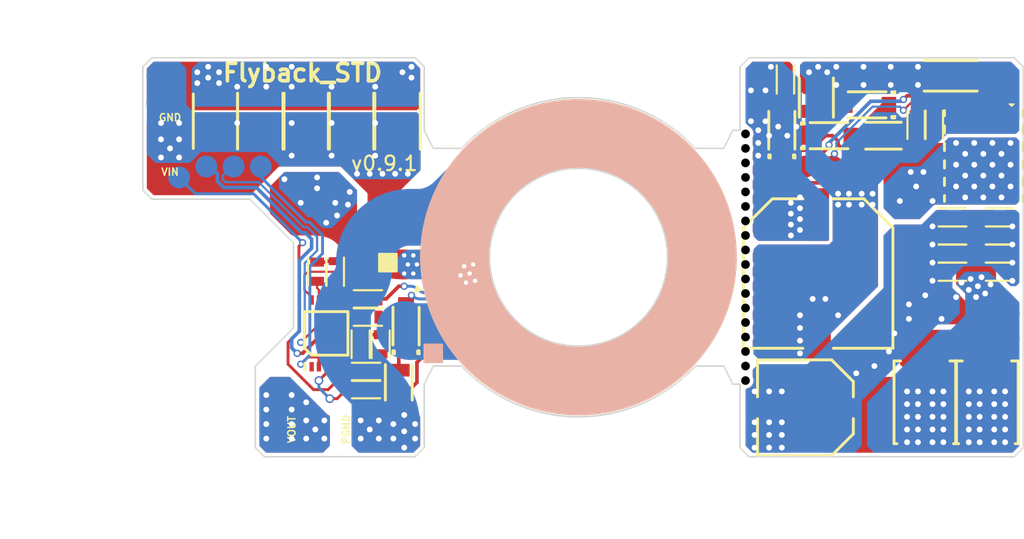
<source format=kicad_pcb>
(kicad_pcb (version 20221018) (generator pcbnew)
  (layers (0 "F.Cu" signal) (31 "B.Cu" signal) (34 "B.Paste" user) (35 "F.Paste" user) (36 "B.SilkS" user "B.Silkscreen") (37 "F.SilkS" user "F.Silkscreen") (38 "B.Mask" user) (39 "F.Mask" user) (44 "Edge.Cuts" user))
  (net 0 "")
  (net 1 "GND")
  (net 2 "VBUS")
  (net 3 "VDC")
  (net 4 "GNDPWR")
  (net 5 "VDD")
  (net 6 "Vdrive")
  (net 7 "/SS")
  (net 8 "Net-(D1-Anode)")
  (net 9 "/GT")
  (net 10 "/CS")
  (net 11 "/UVP")
  (net 12 "/RT")
  (net 13 "/GT_U")
  (net 14 "Net-(D2-Anode)")
  (net 15 "Net-(D3-Anode)")
  (net 16 "Net-(U1-FB)")
  (footprint "302_MECH_PAD:NPTH-C_1006" (layer "F.Cu") (at 111.5 96.5)
    (fp_text reference "REF**" hide)
    (fp_text value "NPTH-C_1006" hide)
  )
  (footprint "302_MECH_PAD:SMP-C_15" (layer "F.Cu") (at 123.875 103.75)
    (fp_text reference "REF**" hide)
    (fp_text value "SMP-C_15" hide)
  )
  (footprint "001_GN_RCL_SMD:R1210(3225M)" (layer "F.Cu") (at 75 90.625 -90)
    (fp_text reference "R5" hide)
    (fp_text value "RL1210A680K")
  )
  (footprint "302_MECH_PAD:NPTH-C_1006" (layer "F.Cu") (at 111.5 94.5)
    (fp_text reference "REF**" hide)
    (fp_text value "NPTH-C_1006" hide)
  )
  (footprint "001_GN_RCL_SMD:C0603(1608M)" (layer "F.Cu") (at 86.375 106 90)
    (fp_text reference "C2" hide)
    (fp_text value "100nF")
  )
  (footprint "302_MECH_PAD:NPTH-C_1006" (layer "F.Cu") (at 111.5 102.5)
    (fp_text reference "REF**" hide)
    (fp_text value "NPTH-C_1006" hide)
  )
  (footprint "302_MECH_PAD:SMP-Q_2020" (layer "F.Cu") (at 81.875001 111.875 -90)
    (fp_text reference "P3" hide)
    (fp_text value "VOUT")
  )
  (footprint "001_GN_RCL_SMD:C0603(1608M)" (layer "F.Cu") (at 129 99.75)
    (fp_text reference "C17" hide)
    (fp_text value "10uF")
  )
  (footprint "302_MECH_PAD:SMP-C_15" (layer "F.Cu") (at 120.625 87.5)
    (fp_text reference "REF**" hide)
    (fp_text value "SMP-C_15" hide)
  )
  (footprint "001_GN_RCL_SMD:C1210(3225M)" (layer "F.Cu") (at 81.25 90.625 90)
    (fp_text reference "C5" hide)
    (fp_text value "4.7uF")
  )
  (footprint "102_SP_POWER_DIODE_SMD:TO-277B" (layer "F.Cu") (at 128.125 110 90)
    (fp_text reference "D5" hide)
    (fp_text value "SB2080L")
  )
  (footprint "302_MECH_PAD:SMP-C_15" (layer "F.Cu") (at 129.625 105.625)
    (fp_text reference "REF**" hide)
    (fp_text value "SMP-C_15" hide)
  )
  (footprint "302_MECH_PAD:SMP-C_15" (layer "F.Cu") (at 118.75 87.5)
    (fp_text reference "REF**" hide)
    (fp_text value "SMP-C_15" hide)
  )
  (footprint "302_MECH_PAD:NPTH-C_1006" (layer "F.Cu") (at 111.5 100.5)
    (fp_text reference "REF**" hide)
    (fp_text value "NPTH-C_1006" hide)
  )
  (footprint "302_MECH_PAD:NPTH-C_1006" (layer "F.Cu") (at 111.5 105.5)
    (fp_text reference "REF**" hide)
    (fp_text value "NPTH-C_1006" hide)
  )
  (footprint "004_GN_MIDDLE-SEMI_SMD:MSOP-10_3030" (layer "F.Cu") (at 82.624999 105.25 90)
    (fp_text reference "U1" hide)
    (fp_text value "VPC2188B")
  )
  (footprint "001_GN_RCL_SMD:C0805(2012M)" (layer "F.Cu") (at 121 91.625)
    (fp_text reference "C9" hide)
    (fp_text value "1nF")
  )
  (footprint "302_MECH_PAD:NPTH-C_1006" (layer "F.Cu") (at 111.5 99.5)
    (fp_text reference "REF**" hide)
    (fp_text value "NPTH-C_1006" hide)
  )
  (footprint "001_GN_RCL_SMD:C1210(3225M)" (layer "F.Cu") (at 84.375 90.625 90)
    (fp_text reference "C6" hide)
    (fp_text value "4.7uF")
  )
  (footprint "302_MECH_PAD:SMP-C_15" (layer "F.Cu") (at 128.25 104.75)
    (fp_text reference "REF**" hide)
    (fp_text value "SMP-C_15" hide)
  )
  (footprint "302_MECH_PAD:NPTH-C_1006" (layer "F.Cu") (at 111.5 101.5)
    (fp_text reference "REF**" hide)
    (fp_text value "NPTH-C_1006" hide)
  )
  (footprint "001_GN_RCL_SMD:R0603(1608M)" (layer "F.Cu") (at 123.25 90.875 -90)
    (fp_text reference "R6" hide)
    (fp_text value "2.2R")
  )
  (footprint "001_GN_RCL_SMD:R0603(1608M)" (layer "F.Cu") (at 85.499999 104.125 180)
    (fp_text reference "R9" hide)
    (fp_text value "36k")
  )
  (footprint "302_MECH_PAD:NPTH-C_1006" (layer "F.Cu") (at 111.5 91.5)
    (fp_text reference "REF**" hide)
    (fp_text value "NPTH-C_1006" hide)
  )
  (footprint "001_GN_RCL_SMD:C0603(1608M)" (layer "F.Cu") (at 85 106 90)
    (fp_text reference "C1" hide)
    (fp_text value "100nF")
  )
  (footprint "302_MECH_PAD:SMP-C_15" (layer "F.Cu") (at 120.625 110.875)
    (fp_text reference "REF**" hide)
    (fp_text value "SMP-C_15" hide)
  )
  (footprint "007_GN_POLAR-CAP_SMD:CL-0608" (layer "F.Cu") (at 115.625 110.375)
    (fp_text reference "C11" hide)
    (fp_text value "120uF")
  )
  (footprint "002_GN_TWO-PIN_PLASTIC_SMD:SOD-123F" (layer "F.Cu") (at 119.875 89.5 180)
    (fp_text reference "D3" hide)
    (fp_text value "DS120W")
  )
  (footprint "001_GN_RCL_SMD:R0603(1608M)" (layer "F.Cu") (at 114.25 87.75 90)
    (fp_text reference "R1" hide)
    (fp_text value "100R")
  )
  (footprint "103_SP_POWER_TRANSISTOR_SMD:SON-FET_6050" (layer "F.Cu") (at 127.875 93 180)
    (fp_text reference "Q1" hide)
    (fp_text value "HY1420C2")
  )
  (footprint "001_GN_RCL_SMD:C0603(1608M)" (layer "F.Cu") (at 82 101 90)
    (fp_text reference "C3" hide)
    (fp_text value "1nF")
  )
  (footprint "302_MECH_PAD:SMP-Q_2020" (layer "F.Cu") (at 71.875 92.5)
    (fp_text reference "P1" hide)
    (fp_text value "VIN")
  )
  (footprint "001_GN_RCL_SMD:R0603(1608M)" (layer "F.Cu") (at 83.25 101 90)
    (fp_text reference "R4" hide)
    (fp_text value "27k")
  )
  (footprint "302_MECH_PAD:NPTH-C_1006" (layer "F.Cu") (at 111.5 108.5)
    (fp_text reference "REF**" hide)
    (fp_text value "NPTH-C_1006" hide)
  )
  (footprint "302_MECH_PAD:SMP-C_15" (layer "F.Cu") (at 129.625 103.875)
    (fp_text reference "REF**" hide)
    (fp_text value "SMP-C_15" hide)
  )
  (footprint "302_MECH_PAD:SMP-C_15" (layer "F.Cu") (at 123.25 96.375)
    (fp_text reference "REF**" hide)
    (fp_text value "SMP-C_15" hide)
  )
  (footprint "001_GN_RCL_SMD:R0603(1608M)" (layer "F.Cu") (at 85.375 107.875 180)
    (fp_text reference "R2" hide)
    (fp_text value "100k")
  )
  (footprint "302_MECH_PAD:SMP-C_15" (layer "F.Cu") (at 119.375 93.75)
    (fp_text reference "REF**" hide)
    (fp_text value "SMP-C_15" hide)
  )
  (footprint "002_GN_TWO-PIN_PLASTIC_SMD:SOD-123F" (layer "F.Cu") (at 117.25 91.625)
    (fp_text reference "D2" hide)
    (fp_text value "DS120W")
  )
  (footprint "001_GN_RCL_SMD:C0603(1608M)" (layer "F.Cu") (at 125.75 99.75 180)
    (fp_text reference "C16" hide)
    (fp_text value "10uF")
  )
  (footprint "001_GN_RCL_SMD:R0603(1608M)" (layer "F.Cu") (at 124.5 90.875 90)
    (fp_text reference "R7" hide)
    (fp_text value "10k")
  )
  (footprint "001_GN_RCL_SMD:R1206(3216M)" (layer "F.Cu") (at 125.625 87.5 180)
    (fp_text reference "R8" hide)
    (fp_text value "25mR/1W")
  )
  (footprint "001_GN_RCL_SMD:R0603(1608M)" (layer "F.Cu") (at 85.375 109.125)
    (fp_text reference "R3" hide)
    (fp_text value "5.6k")
  )
  (footprint "302_MECH_PAD:SMP-C_15" (layer "F.Cu") (at 124.375 95)
    (fp_text reference "REF**" hide)
    (fp_text value "SMP-C_15" hide)
  )
  (footprint "302_MECH_PAD:SMP-C_15" (layer "F.Cu") (at 125 102.5)
    (fp_text reference "REF**" hide)
    (fp_text value "SMP-C_15" hide)
  )
  (footprint "302_MECH_PAD:SMP-C_15" (layer "F.Cu") (at 112.25 89.375)
    (fp_text reference "REF**" hide)
    (fp_text value "SMP-C_15" hide)
  )
  (footprint "102_SP_POWER_DIODE_SMD:TO-277B" (layer "F.Cu") (at 123.875 110 90)
    (fp_text reference "D6" hide)
    (fp_text value "SB2080L")
  )
  (footprint "001_GN_RCL_SMD:C0805(2012M)" (layer "F.Cu") (at 87.625 108.625 -90)
    (fp_text reference "C10" hide)
    (fp_text value "10uF")
  )
  (footprint "302_MECH_PAD:SMP-C_15" (layer "F.Cu") (at 113.75 94.5)
    (fp_text reference "REF**" hide)
    (fp_text value "SMP-C_15" hide)
  )
  (footprint "001_GN_RCL_SMD:C0603(1608M)" (layer "F.Cu") (at 125.75 97.25 180)
    (fp_text reference "C12" hide)
    (fp_text value "10uF")
  )
  (footprint "002_GN_TWO-PIN_PLASTIC_SMD:SOD-123F" (layer "F.Cu") (at 88.125 104.75 90)
    (fp_text reference "D4" hide)
    (fp_text value "DS110W")
  )
  (footprint "302_MECH_PAD:NPTH-C_1006" (layer "F.Cu") (at 111.5 93.5)
    (fp_text reference "REF**" hide)
    (fp_text value "NPTH-C_1006" hide)
  )
  (footprint "001_GN_RCL_SMD:R0603(1608M)" (layer "F.Cu") (at 85.499999 102.875)
    (fp_text reference "R10" hide)
    (fp_text value "3.9k")
  )
  (footprint "302_MECH_PAD:NPTH-C_1006" (layer "F.Cu") (at 111.5 104.5)
    (fp_text reference "REF**" hide)
    (fp_text value "NPTH-C_1006" hide)
  )
  (footprint "302_MECH_PAD:SMP-C_15" (layer "F.Cu") (at 120.625 109.125)
    (fp_text reference "REF**" hide)
    (fp_text value "SMP-C_15" hide)
  )
  (footprint "302_MECH_PAD:SMP-Q_2020" (layer "F.Cu") (at 85.625 111.875 -90)
    (fp_text reference "P4" hide)
    (fp_text value "PGND")
  )
  (footprint "302_MECH_PAD:SMP-C_15" (layer "F.Cu") (at 112.25 87.5)
    (fp_text reference "REF**" hide)
    (fp_text value "SMP-C_15" hide)
  )
  (footprint "008_GN_POWER-CHOKE_SMD:MC-2520" (layer "F.Cu") (at 116.375 89 90)
    (fp_text reference "L1" hide)
    (fp_text value "1uH")
  )
  (footprint "302_MECH_PAD:SMP-C_15" (layer "F.Cu") (at 120.625 112.625)
    (fp_text reference "REF**" hide)
    (fp_text value "SMP-C_15" hide)
  )
  (footprint "001_GN_RCL_SMD:C0603(1608M)" (layer "F.Cu") (at 129 98.5)
    (fp_text reference "C15" hide)
    (fp_text value "10uF")
  )
  (footprint "001_GN_RCL_SMD:C0603(1608M)" (layer "F.Cu") (at 129 101)
    (fp_text reference "C19" hide)
    (fp_text value "10uF")
  )
  (footprint "302_MECH_PAD:SMP-C_15" (layer "F.Cu") (at 122.125 95)
    (fp_text reference "REF**" hide)
    (fp_text value "SMP-C_15" hide)
  )
  (footprint "002_GN_TWO-PIN_PLASTIC_SMD:SOD-123F" (layer "F.Cu") (at 114 91.25 90)
    (fp_text reference "D1" hide)
    (fp_text value "DS110W")
  )
  (footprint "001_GN_RCL_SMD:C1210(3225M)" (layer "F.Cu") (at 78.125 90.625 90)
    (fp_text reference "C4" hide)
    (fp_text value "4.7uF")
  )
  (footprint "302_MECH_PAD:NPTH-C_1006" (layer "F.Cu") (at 111.5 107.5)
    (fp_text reference "REF**" hide)
    (fp_text value "NPTH-C_1006" hide)
  )
  (footprint "007_GN_POLAR-CAP_SMD:CL-1010" (layer "F.Cu") (at 116.5 101.125 90)
    (fp_text reference "C8" hide)
    (fp_text value "100uF")
  )
  (footprint "001_GN_RCL_SMD:C0603(1608M)" (layer "F.Cu") (at 125.75 98.5 180)
    (fp_text reference "C14" hide)
    (fp_text value "10uF")
  )
  (footprint "302_MECH_PAD:SMP-C_15" (layer "F.Cu") (at 117.5 93.75)
    (fp_text reference "REF**" hide)
    (fp_text value "SMP-C_15" hide)
  )
  (footprint "302_MECH_PAD:NPTH-C_1006" (layer "F.Cu") (at 111.5 95.5)
    (fp_text reference "REF**" hide)
    (fp_text value "NPTH-C_1006" hide)
  )
  (footprint "302_MECH_PAD:SMP-Q_2020" (layer "F.Cu") (at 71.875 88.75)
    (fp_text reference "P2" hide)
    (fp_text value "GND")
  )
  (footprint "001_GN_RCL_SMD:C0603(1608M)" (layer "F.Cu") (at 129 97.25)
    (fp_text reference "C13" hide)
    (fp_text value "10uF")
  )
  (footprint "302_MECH_PAD:NPTH-C_1006" (layer "F.Cu") (at 111.5 106.5)
    (fp_text reference "REF**" hide)
    (fp_text value "NPTH-C_1006" hide)
  )
  (footprint "001_GN_RCL_SMD:C1210(3225M)" (layer "F.Cu") (at 87.5 90.625 90)
    (fp_text reference "C7" hide)
    (fp_text value "4.7uF")
  )
  (footprint "302_MECH_PAD:NPTH-C_1006" (layer "F.Cu") (at 111.5 103.5)
    (fp_text reference "REF**" hide)
    (fp_text value "NPTH-C_1006" hide)
  )
  (footprint "001_GN_RCL_SMD:C0603(1608M)" (layer "F.Cu") (at 125.75 101 180)
    (fp_text reference "C18" hide)
    (fp_text value "10uF")
  )
  (footprint "302_MECH_PAD:NPTH-C_1006" (layer "F.Cu") (at 111.5 97.5)
    (fp_text reference "REF**" hide)
    (fp_text value "NPTH-C_1006" hide)
  )
  (footprint "302_MECH_PAD:SMP-C_15" (layer "F.Cu") (at 126.125 103.75)
    (fp_text reference "REF**" hide)
    (fp_text value "SMP-C_15" hide)
  )
  (footprint "302_MECH_PAD:NPTH-C_1006" (layer "F.Cu") (at 111.5 92.5)
    (fp_text reference "REF**" hide)
    (fp_text value "NPTH-C_1006" hide)
  )
  (footprint "302_MECH_PAD:SMP-C_15" (layer "F.Cu") (at 115.625 93.75)
    (fp_text reference "REF**" hide)
    (fp_text value "SMP-C_15" hide)
  )
  (footprint "302_MECH_PAD:NPTH-C_1006" (layer "F.Cu") (at 111.5 98.5)
    (fp_text reference "REF**" hide)
    (fp_text value "NPTH-C_1006" hide)
  )
  (footprint "302_MECH_PAD:SMP-C_15" (layer "F.Cu") (at 122.5 87.5)
    (fp_text reference "REF**" hide)
    (fp_text value "SMP-C_15" hide)
  )
  (footprint "302_MECH_PAD:SMP-C_15" (layer "B.Cu") (at 77.5 87.5 180)
    (fp_text reference "REF**" hide)
    (fp_text value "SMP-C_15" hide)
  )
  (footprint "302_MECH_PAD:SMP-C_15" (layer "B.Cu") (at 79.375 110.875 180)
    (fp_text reference "REF**" hide)
    (fp_text value "SMP-C_15" hide)
  )
  (footprint "302_MECH_PAD:SMP-C_15" (layer "B.Cu") (at 82 96.375 180)
    (fp_text reference "REF**" hide)
    (fp_text value "SMP-C_15" hide)
  )
  (footprint "302_MECH_PAD:SMP-C_15" (layer "B.Cu") (at 74.375 93.75 180)
    (fp_text reference "REF**" hide)
    (fp_text value "SMP-C_15" hide)
  )
  (footprint "302_MECH_PAD:SMP-C_15" (layer "B.Cu") (at 71 89.375 180)
    (fp_text reference "REF**" hide)
    (fp_text value "SMP-C_15" hide)
  )
  (footprint "302_MECH_PAD:SMP-C_15" (layer "B.Cu") (at 79.375 87.5 180)
    (fp_text reference "REF**" hide)
    (fp_text value "SMP-C_15" hide)
  )
  (footprint "302_MECH_PAD:SMP-C_15" (layer "B.Cu") (at 79.375 109.125 180)
    (fp_text reference "REF**" hide)
    (fp_text value "SMP-C_15" hide)
  )
  (footprint "302_MECH_PAD:SMP-C_15" (layer "B.Cu") (at 80.875 95 180)
    (fp_text reference "REF**" hide)
    (fp_text value "SMP-C_15" hide)
  )
  (footprint "302_MECH_PAD:SMP-C_15" (layer "B.Cu") (at 84.875 103.75 180)
    (fp_text reference "REF**" hide)
    (fp_text value "SMP-C_15" hide)
  )
  (footprint "302_MECH_PAD:SMP-C_15" (layer "B.Cu") (at 76.25 93.75 180)
    (fp_text reference "REF**" hide)
    (fp_text value "SMP-C_15" hide)
  )
  (footprint "302_MECH_PAD:SMP-C_15" (layer "B.Cu") (at 78.125 93.75 180)
    (fp_text reference "REF**" hide)
    (fp_text value "SMP-C_15" hide)
  )
  (footprint "302_MECH_PAD:SMP-C_15" (layer "B.Cu") (at 81.25 87.5 180)
    (fp_text reference "REF**" hide)
    (fp_text value "SMP-C_15" hide)
  )
  (footprint "302_MECH_PAD:SMP-C_15" (layer "B.Cu") (at 87 104.75 180)
    (fp_text reference "REF**" hide)
    (fp_text value "SMP-C_15" hide)
  )
  (footprint "302_MECH_PAD:SMP-C_15" (layer "B.Cu") (at 79.375 112.625 180)
    (fp_text reference "REF**" hide)
    (fp_text value "SMP-C_15" hide)
  )
  (footprint "302_MECH_PAD:SMP-C_15" (layer "B.Cu") (at 83.75 102.5 180)
    (fp_text reference "REF**" hide)
    (fp_text value "SMP-C_15" hide)
  )
  (footprint "302_MECH_PAD:SMP-C_15" (layer "B.Cu") (at 72.5 94.5 180)
    (fp_text reference "REF**" hide)
    (fp_text value "SMP-C_15" hide)
  )
  (footprint "302_MECH_PAD:SMP-C_15" (layer "B.Cu") (at 71 87.5 180)
    (fp_text reference "REF**" hide)
    (fp_text value "SMP-C_15" hide)
  )
  (footprint "302_MECH_PAD:SMP-C_15" (layer "B.Cu") (at 83.125 95 180)
    (fp_text reference "REF**" hide)
    (fp_text value "SMP-C_15" hide)
  )
  (footprint "302_MECH_PAD:SMP-C_15" (layer "B.Cu") (at 88.375 105.625 180)
    (fp_text reference "REF**" hide)
    (fp_text value "SMP-C_15" hide)
  )
  (footprint "302_MECH_PAD:SMP-C_15" (layer "B.Cu") (at 82.625 103.75 180)
    (fp_text reference "REF**" hide)
    (fp_text value "SMP-C_15" hide)
  )
  (footprint "302_MECH_PAD:SMP-C_15" (layer "B.Cu") (at 88.375 103.875 180)
    (fp_text reference "REF**" hide)
    (fp_text value "SMP-C_15" hide)
  )
  (gr_rect (start 89.375 106) (end 90.625 107.25) (stroke (width 0.1)) (fill solid) (layer "B.SilkS"))
  (gr_circle (center 100 100) (end 108.5 100) (stroke (width 4.8)) (fill none) (layer "B.SilkS"))
  (gr_rect (start 86.25 99.75) (end 87.5 101) (stroke (width 0.1)) (fill solid) (layer "F.SilkS"))
  (gr_poly (pts (xy 88.75 102.375) (xy 89.125 102.25) (xy 88.875 102)) (stroke (width 0.15)) (fill solid) (layer "F.SilkS"))
  (gr_circle (center 100 100) (end 108.5 100) (stroke (width 4.8)) (fill none) (layer "F.SilkS"))
  (gr_line (start 80.375 99) (end 80.375 104.875) (stroke (width 0.1)) (layer "Edge.Cuts"))
  (gr_line (start 70.625 96) (end 77.375 96) (stroke (width 0.1)) (layer "Edge.Cuts"))
  (gr_line (start 110.625 108.75) (end 110 107.5) (stroke (width 0.1)) (layer "Edge.Cuts"))
  (gr_line (start 89.375 86.875) (end 88.75 86.25) (stroke (width 0.1)) (layer "Edge.Cuts"))
  (gr_line (start 91.953219 92.5) (end 90 92.5) (stroke (width 0.1)) (layer "Edge.Cuts"))
  (gr_line (start 108.046781 92.5) (end 110 92.5) (stroke (width 0.1)) (layer "Edge.Cuts"))
  (gr_line (start 77.375 96) (end 80.375 99) (stroke (width 0.1)) (layer "Edge.Cuts"))
  (gr_line (start 111.75 86.25) (end 130 86.25) (stroke (width 0.1)) (layer "Edge.Cuts"))
  (gr_line (start 70 95.375) (end 70.625 96) (stroke (width 0.1)) (layer "Edge.Cuts"))
  (gr_line (start 110.625 91.25) (end 111.125 91.25) (stroke (width 0.1)) (layer "Edge.Cuts"))
  (gr_line (start 89.375 108.75) (end 89.375 113.125) (stroke (width 0.1)) (layer "Edge.Cuts"))
  (gr_line (start 77.75 113.125) (end 78.375 113.75) (stroke (width 0.1)) (layer "Edge.Cuts"))
  (gr_arc (start 108.046765 107.5) (mid 99.999984 111) (end 91.953203 107.5) (stroke (width 0.1)) (layer "Edge.Cuts"))
  (gr_line (start 70 95.375) (end 70 86.875) (stroke (width 0.1)) (layer "Edge.Cuts"))
  (gr_line (start 80.375 104.875) (end 77.75 107.5) (stroke (width 0.1)) (layer "Edge.Cuts"))
  (gr_line (start 108.046765 107.5) (end 110 107.5) (stroke (width 0.1)) (layer "Edge.Cuts"))
  (gr_line (start 91.953203 107.5) (end 90 107.5) (stroke (width 0.1)) (layer "Edge.Cuts"))
  (gr_line (start 89.375 91.25) (end 89.375 86.875) (stroke (width 0.1)) (layer "Edge.Cuts"))
  (gr_line (start 130 86.25) (end 130.625 86.875) (stroke (width 0.1)) (layer "Edge.Cuts"))
  (gr_line (start 130.625 113.125) (end 130 113.75) (stroke (width 0.1)) (layer "Edge.Cuts"))
  (gr_line (start 111.125 108.75) (end 110.625 108.75) (stroke (width 0.1)) (layer "Edge.Cuts"))
  (gr_line (start 89.375 113.125) (end 88.75 113.75) (stroke (width 0.1)) (layer "Edge.Cuts"))
  (gr_arc (start 91.953219 92.5) (mid 100 89) (end 108.046781 92.5) (stroke (width 0.1)) (layer "Edge.Cuts"))
  (gr_circle (center 100 100) (end 106.125 100) (stroke (width 0.1)) (fill none) (layer "Edge.Cuts"))
  (gr_line (start 111.75 113.75) (end 111.125 113.125) (stroke (width 0.1)) (layer "Edge.Cuts"))
  (gr_line (start 111.125 113.125) (end 111.125 108.75) (stroke (width 0.1)) (layer "Edge.Cuts"))
  (gr_line (start 110 92.5) (end 110.625 91.25) (stroke (width 0.1)) (layer "Edge.Cuts"))
  (gr_line (start 88.75 113.75) (end 78.375 113.75) (stroke (width 0.1)) (layer "Edge.Cuts"))
  (gr_line (start 90 92.5) (end 89.375 91.25) (stroke (width 0.1)) (layer "Edge.Cuts"))
  (gr_line (start 130.625 86.875) (end 130.625 113.125) (stroke (width 0.1)) (layer "Edge.Cuts"))
  (gr_line (start 111.125 86.875) (end 111.75 86.25) (stroke (width 0.1)) (layer "Edge.Cuts"))
  (gr_line (start 130 113.75) (end 111.75 113.75) (stroke (width 0.1)) (layer "Edge.Cuts"))
  (gr_line (start 70 86.875) (end 70.625 86.25) (stroke (width 0.1)) (layer "Edge.Cuts"))
  (gr_line (start 77.75 107.5) (end 77.75 113.125) (stroke (width 0.1)) (layer "Edge.Cuts"))
  (gr_line (start 111.125 91.25) (end 111.125 86.875) (stroke (width 0.1)) (layer "Edge.Cuts"))
  (gr_line (start 70.625 86.25) (end 88.75 86.25) (stroke (width 0.1)) (layer "Edge.Cuts"))
  (gr_line (start 90 107.5) (end 89.375 108.75) (stroke (width 0.1)) (layer "Edge.Cuts"))
  (gr_text "v0.9.1" (at 84.25 94.125) (layer "F.SilkS") (effects (font (size 1 1)) (justify left bottom)))
  (gr_text "Flyback_STD" (at 75.375 88) (layer "F.SilkS") (effects (font (size 1.2 1.2) (thickness 0.25) bold) (justify left bottom)))
  (segment (start 85.5 104.8375) (end 85 105.3375) (width 0.25) (layer "F.Cu") (net 1))
  (segment (start 84 104.375002) (end 84 105) (width 0.25) (layer "F.Cu") (net 1))
  (segment (start 87.625 102) (end 88 102) (width 0.25) (layer "F.Cu") (net 1))
  (segment (start 85.875 101.75) (end 86.224999 102.099999) (width 0.25) (layer "F.Cu") (net 1))
  (segment (start 83.624999 104.000001) (end 84 104.375002) (width 0.25) (layer "F.Cu") (net 1))
  (segment (start 87.25 104.125) (end 88.125 103.25) (width 0.2) (layer "F.Cu") (net 1))
  (segment (start 124.625 88.875) (end 125.25 88.25) (width 0.25) (layer "F.Cu") (net 1))
  (segment (start 125.25 88.25) (end 125.25 87.75) (width 0.25) (layer "F.Cu") (net 1))
  (segment (start 86.224999 104.125) (end 87.25 104.125) (width 0.2) (layer "F.Cu") (net 1))
  (segment (start 87.25 105.25) (end 87.1625 105.3375) (width 0.25) (layer "F.Cu") (net 1))
  (segment (start 122.625 88.875) (end 124.625 88.875) (width 0.25) (layer "F.Cu") (net 1))
  (segment (start 84.3375 105.3375) (end 85 105.3375) (width 0.25) (layer "F.Cu") (net 1))
  (segment (start 82 100.3375) (end 82.625 100.3375) (width 0.25) (layer "F.Cu") (net 1))
  (segment (start 83.25 100.275) (end 82.6875 100.275) (width 0.25) (layer "F.Cu") (net 1))
  (segment (start 86.75 102.875) (end 87.625 102) (width 0.25) (layer "F.Cu") (net 1))
  (segment (start 89.25 106.875) (end 89.25 105.625) (width 0.25) (layer "F.Cu") (net 1))
  (segment (start 85.5 103.125) (end 85.5 104.8375) (width 0.25) (layer "F.Cu") (net 1))
  (segment (start 116.25 93.125) (end 116.5 93.125) (width 0.25) (layer "F.Cu") (net 1))
  (segment (start 84 105) (end 84.3375 105.3375) (width 0.25) (layer "F.Cu") (net 1))
  (segment (start 87.625 109.4625) (end 87.2125 109.4625) (width 0.25) (layer "F.Cu") (net 1))
  (segment (start 125 87.5) (end 124.1625 87.5) (width 0.25) (layer "F.Cu") (net 1))
  (segment (start 87.1625 105.3375) (end 86.375 105.3375) (width 0.25) (layer "F.Cu") (net 1))
  (segment (start 83.624999 104.000001) (end 83.624999 102.95) (width 0.25) (layer "F.Cu") (net 1))
  (segment (start 85.375 101.75) (end 85.875 101.75) (width 0.25) (layer "F.Cu") (net 1))
  (segment (start 83.9 100.275) (end 85.375 101.75) (width 0.25) (layer "F.Cu") (net 1))
  (segment (start 86.224999 102.875) (end 86.75 102.875) (width 0.25) (layer "F.Cu") (net 1))
  (segment (start 88.875 105.25) (end 87.25 105.25) (width 0.25) (layer "F.Cu") (net 1))
  (segment (start 87.2125 109.4625) (end 86.875 109.125) (width 0.25) (layer "F.Cu") (net 1))
  (segment (start 88.5 102.625) (end 88.5 102.875) (width 0.2) (layer "F.Cu") (net 1))
  (segment (start 125.25 87.75) (end 125 87.5) (width 0.25) (layer "F.Cu") (net 1))
  (segment (start 86.224999 102.099999) (end 86.224999 102.875) (width 0.25) (layer "F.Cu") (net 1))
  (segment (start 117.25 92.375) (end 117.25 92.25) (width 0.25) (layer "F.Cu") (net 1))
  (segment (start 83.25 100.275) (end 83.9 100.275) (width 0.25) (layer "F.Cu") (net 1))
  (segment (start 88.5 102.875) (end 88.125 103.25) (width 0.2) (layer "F.Cu") (net 1))
  (segment (start 88.0375 109.4625) (end 88.875 108.625) (width 0.25) (layer "F.Cu") (net 1))
  (segment (start 81 106.625) (end 83.624999 104.000001) (width 0.25) (layer "F.Cu") (net 1))
  (segment (start 80.625 106.625) (end 81 106.625) (width 0.25) (layer "F.Cu") (net 1))
  (segment (start 88.875 107.25) (end 89.25 106.875) (width 0.25) (layer "F.Cu") (net 1))
  (segment (start 122.375 89.125) (end 122.625 88.875) (width 0.25) (layer "F.Cu") (net 1))
  (segment (start 115.625 93.75) (end 116.25 93.125) (width 0.25) (layer "F.Cu") (net 1))
  (segment (start 86.1 109.125) (end 86.875 109.125) (width 0.25) (layer "F.Cu") (net 1))
  (segment (start 82.6875 100.275) (end 82.625 100.3375) (width 0.25) (layer "F.Cu") (net 1))
  (segment (start 85 105.3375) (end 86.375 105.3375) (width 0.25) (layer "F.Cu") (net 1))
  (segment (start 116.5 93.125) (end 117.25 92.375) (width 0.25) (layer "F.Cu") (net 1))
  (segment (start 89.25 105.625) (end 88.875 105.25) (width 0.25) (layer "F.Cu") (net 1))
  (segment (start 85.75 102.875) (end 85.5 103.125) (width 0.25) (layer "F.Cu") (net 1))
  (segment (start 87.625 109.4625) (end 88.0375 109.4625) (width 0.25) (layer "F.Cu") (net 1))
  (segment (start 86.224999 102.875) (end 85.75 102.875) (width 0.25) (layer "F.Cu") (net 1))
  (segment (start 88.875 108.625) (end 88.875 107.25) (width 0.25) (layer "F.Cu") (net 1))
  (via (at 88.5 87.625) (size 0.6) (drill 0.4) (layers "F.Cu" "B.Cu") (net 1))
  (via (at 116.5 86.875) (size 0.6) (drill 0.4) (layers "F.Cu" "B.Cu") (net 1))
  (via (at 88 102) (size 0.5) (drill 0.3) (layers "F.Cu" "B.Cu") (net 1))
  (via (at 119.5 96.375) (size 0.6) (drill 0.4) (layers "F.Cu" "B.Cu") (net 1))
  (via (at 88.5 86.875) (size 0.6) (drill 0.4) (layers "F.Cu" "B.Cu") (net 1))
  (via (at 119.625 88.125) (size 0.6) (drill 0.4) (layers "F.Cu" "B.Cu") (net 1))
  (via (at 80.25 86.875) (size 0.6) (drill 0.4) (layers "F.Cu" "B.Cu") (net 1))
  (via (at 80.25 88.25) (size 0.6) (drill 0.4) (layers "F.Cu" "B.Cu") (net 1))
  (via (at 117.25 92.25) (size 0.5) (drill 0.3) (layers "F.Cu" "B.Cu") (net 1))
  (via (at 122.375 89.125) (size 0.5) (drill 0.3) (layers "F.Cu" "B.Cu") (net 1))
  (via (at 78.5 88.25) (size 0.6) (drill 0.4) (layers "F.Cu" "B.Cu") (net 1))
  (via (at 117.875 95.625) (size 0.6) (drill 0.4) (layers "F.Cu" "B.Cu") (net 1))
  (via (at 121.5 86.875) (size 0.6) (drill 0.4) (layers "F.Cu" "B.Cu") (net 1))
  (via (at 86 88.25) (size 0.6) (drill 0.4) (layers "F.Cu" "B.Cu") (net 1))
  (via (at 115.25 105.75) (size 0.6) (drill 0.4) (layers "F.Cu" "B.Cu") (net 1))
  (via (at 117 102.875) (size 0.6) (drill 0.4) (layers "F.Cu" "B.Cu") (net 1))
  (via (at 123.375 88.125) (size 0.6) (drill 0.4) (layers "F.Cu" "B.Cu") (net 1))
  (via (at 117.75 86.875) (size 0.6) (drill 0.4) (layers "F.Cu" "B.Cu") (net 1))
  (via (at 87.875 87.25) (size 0.6) (drill 0.4) (layers "F.Cu" "B.Cu") (net 1))
  (via (at 117.875 104) (size 0.6) (drill 0.4) (layers "F.Cu" "B.Cu") (net 1))
  (via (at 78.5 86.875) (size 0.6) (drill 0.4) (layers "F.Cu" "B.Cu") (net 1))
  (via (at 119.5 95.625) (size 0.6) (drill 0.4) (layers "F.Cu" "B.Cu") (net 1))
  (via (at 83 88.25) (size 0.6) (drill 0.4) (layers "F.Cu" "B.Cu") (net 1))
  (via (at 88.5 102.625) (size 0.5) (drill 0.3) (layers "F.Cu" "B.Cu") (net 1))
  (via (at 74.5 87.625) (size 0.6) (drill 0.4) (layers "F.Cu" "B.Cu") (net 1))
  (via (at 75.25 88) (size 0.6) (drill 0.4) (layers "F.Cu" "B.Cu") (net 1))
  (via (at 120.25 95.625) (size 0.6) (drill 0.4) (layers "F.Cu" "B.Cu") (net 1))
  (via (at 73.75 87.25) (size 0.6) (drill 0.4) (layers "F.Cu" "B.Cu") (net 1))
  (via (at 115.25 106.625) (size 0.6) (drill 0.4) (layers "F.Cu" "B.Cu") (net 1))
  (via (at 115.25 104) (size 0.6) (drill 0.4) (layers "F.Cu" "B.Cu") (net 1))
  (via (at 123.375 86.875) (size 0.6) (drill 0.4) (layers "F.Cu" "B.Cu") (net 1))
  (via (at 117.75 88.125) (size 0.6) (drill 0.4) (layers "F.Cu" "B.Cu") (net 1))
  (via (at 115.875 87.25) (size 0.6) (drill 0.4) (layers "F.Cu" "B.Cu") (net 1))
  (via (at 120.25 96.375) (size 0.6) (drill 0.4) (layers "F.Cu" "B.Cu") (net 1))
  (via (at 115.25 104.875) (size 0.6) (drill 0.4) (layers "F.Cu" "B.Cu") (net 1))
  (via (at 116.125 102.875) (size 0.6) (drill 0.4) (layers "F.Cu" "B.Cu") (net 1))
  (via (at 73.75 88) (size 0.6) (drill 0.4) (layers "F.Cu" "B.Cu") (net 1))
  (via (at 119.625 86.875) (size 0.6) (drill 0.4) (layers "F.Cu" "B.Cu") (net 1))
  (via (at 118.625 96.375) (size 0.6) (drill 0.4) (layers "F.Cu" "B.Cu") (net 1))
  (via (at 118.625 95.625) (size 0.6) (drill 0.4) (layers "F.Cu" "B.Cu") (net 1))
  (via (at 80.625 106.625) (size 0.5) (drill 0.3) (layers "F.Cu" "B.Cu") (net 1))
  (via (at 74.5 86.875) (size 0.6) (drill 0.4) (layers "F.Cu" "B.Cu") (net 1))
  (via (at 75.25 87.25) (size 0.6) (drill 0.4) (layers "F.Cu" "B.Cu") (net 1))
  (via (at 117.875 96.375) (size 0.6) (drill 0.4) (layers "F.Cu" "B.Cu") (net 1))
  (via (at 117.125 87.25) (size 0.6) (drill 0.4) (layers "F.Cu" "B.Cu") (net 1))
  (via (at 76.5 88.25) (size 0.6) (drill 0.4) (layers "F.Cu" "B.Cu") (net 1))
  (via (at 121.5 88.125) (size 0.6) (drill 0.4) (layers "F.Cu" "B.Cu") (net 1))
  (segment (start 80.9375 98.3125) (end 77.825 95.2) (width 0.25) (layer "B.Cu") (net 1))
  (segment (start 75.125 94.75) (end 75.125 94.25) (width 0.25) (layer "B.Cu") (net 1))
  (segment (start 81.1875 98.3125) (end 80.9375 98.3125) (width 0.25) (layer "B.Cu") (net 1))
  (segment (start 81.625 99.375) (end 81.625 98.75) (width 0.25) (layer "B.Cu") (net 1))
  (segment (start 122.375 89.125) (end 122.25 89.25) (width 0.25) (layer "B.Cu") (net 1))
  (segment (start 92.875 102.875) (end 89.103553 102.875) (width 0.2) (layer "B.Cu") (net 1))
  (segment (start 89.543198 102.475) (end 92.370851 102.475) (width 0.2) (layer "B.Cu") (net 1))
  (segment (start 95.386128 104.613872) (end 94.198628 103.426372) (width 0.2) (layer "B.Cu") (net 1))
  (segment (start 122.25 89.25) (end 120.125 89.25) (width 0.25) (layer "B.Cu") (net 1))
  (segment (start 74.625 93.75) (end 74.375 93.75) (width 0.25) (layer "B.Cu") (net 1))
  (segment (start 75.125 94.25) (end 74.625 93.75) (width 0.25) (layer "B.Cu") (net 1))
  (segment (start 75.575 95.2) (end 75.125 94.75) (width 0.25) (layer "B.Cu") (net 1))
  (segment (start 77.825 95.2) (end 75.575 95.2) (width 0.25) (layer "B.Cu") (net 1))
  (segment (start 80.775 100.225) (end 81.625 99.375) (width 0.25) (layer "B.Cu") (net 1))
  (segment (start 80.775 105.1) (end 80.775 100.225) (width 0.25) (layer "B.Cu") (net 1))
  (segment (start 88 102) (end 88.0018 102.0018) (width 0.2) (layer "B.Cu") (net 1))
  (segment (start 80.625 106.625) (end 80.25 106.25) (width 0.25) (layer "B.Cu") (net 1))
  (segment (start 117.25 92.125) (end 120.125 89.25) (width 0.25) (layer "B.Cu") (net 1))
  (segment (start 80.25 105.625) (end 80.775 105.1) (width 0.25) (layer "B.Cu") (net 1))
  (segment (start 81.625 98.75) (end 81.1875 98.3125) (width 0.25) (layer "B.Cu") (net 1))
  (segment (start 117.25 92.25) (end 117.25 92.125) (width 0.25) (layer "B.Cu") (net 1))
  (segment (start 80.25 106.25) (end 80.25 105.625) (width 0.25) (layer "B.Cu") (net 1))
  (segment (start 88.0018 102.0018) (end 88.480336 102.0018) (width 0.2) (layer "B.Cu") (net 1))
  (arc (start 95.386128 104.613872) (mid 97.50299 106.028314) (end 100 106.525) (width 0.2) (layer "B.Cu") (net 1))
  (arc (start 100 106.525) (mid 104.613872 104.613872) (end 106.525 100) (width 0.2) (layer "B.Cu") (net 1))
  (arc (start 92.875 102.875) (mid 93.588472 103.016918) (end 94.193324 103.421067) (width 0.2) (layer "B.Cu") (net 1))
  (arc (start 89 102.25) (mid 89.249221 102.416524) (end 89.543198 102.475) (width 0.2) (layer "B.Cu") (net 1))
  (arc (start 92.370851 102.475) (mid 93.237057 102.116206) (end 93.595851 101.25) (width 0.2) (layer "B.Cu") (net 1))
  (arc (start 106.525 100) (mid 104.613872 95.386128) (end 100 93.475) (width 0.2) (layer "B.Cu") (net 1))
  (arc (start 88.5 102.625) (mid 88.776913 102.810027) (end 89.103553 102.875) (width 0.2) (layer "B.Cu") (net 1))
  (arc (start 93.595851 101.25) (mid 93.971686 102.49701) (end 93.475 100) (width 0.2) (layer "B.Cu") (net 1))
  (arc (start 88.480336 102.0018) (mid 88.761388 102.081946) (end 89 102.25) (width 0.2) (layer "B.Cu") (net 1))
  (arc (start 93.475 100) (mid 95.386128 95.386128) (end 100 93.475) (width 0.2) (layer "B.Cu") (net 1))
  (segment (start 88.552295 98.05) (end 88 98.05) (width 2.05) (layer "F.Cu") (net 2))
  (segment (start 85.100952 99.350951) (end 84.125 98.375) (width 2.05) (layer "F.Cu") (net 2))
  (segment (start 91.1751 96.028235) (end 89.578335 97.625) (width 2.05) (layer "F.Cu") (net 2))
  (segment (start 92.656332 98.261395) (end 91.886625 99.031101) (width 2.05) (layer "F.Cu") (net 2))
  (segment (start 86.5 96.55) (end 86.5 93.75) (width 2.05) (layer "F.Cu") (net 2))
  (segment (start 90.506575 102.362836) (end 91.061466 103.702462) (width 2.05) (layer "F.Cu") (net 2))
  (segment (start 93.117097 97.149008) (end 92.656332 98.261395) (width 2.05) (layer "F.Cu") (net 2))
  (segment (start 88.125 100.5) (end 87.875 100.5) (width 2.05) (layer "F.Cu") (net 2))
  (segment (start 92.59555 101.591868) (end 93.117097 102.850992) (width 2.05) (layer "F.Cu") (net 2))
  (via (at 92.5 101.125) (size 0.5) (drill 0.3) (layers "F.Cu" "B.Cu") (net 2))
  (via (at 126.625 92.875) (size 0.6) (drill 0.4) (layers "F.Cu" "B.Cu") (net 2))
  (via (at 127.25 92.125) (size 0.6) (drill 0.4) (layers "F.Cu" "B.Cu") (net 2))
  (via (at 111.875 90.625) (size 0.6) (drill 0.4) (layers "F.Cu" "B.Cu") (net 2))
  (via (at 126 95.125) (size 0.6) (drill 0.4) (layers "F.Cu" "B.Cu") (net 2))
  (via (at 113.25 86.875) (size 0.6) (drill 0.4) (layers "F.Cu" "B.Cu") (net 2))
  (via (at 129.125 94.375) (size 0.6) (drill 0.4) (layers "F.Cu" "B.Cu") (net 2))
  (via (at 88 99.875) (size 0.5) (drill 0.3) (layers "F.Cu" "B.Cu") (net 2))
  (via (at 86.5 94.25) (size 0.6) (drill 0.4) (layers "F.Cu" "B.Cu") (net 2))
  (via (at 127.25 95.125) (size 0.6) (drill 0.4) (layers "F.Cu" "B.Cu") (net 2))
  (via (at 85.625 94.25) (size 0.6) (drill 0.4) (layers "F.Cu" "B.Cu") (net 2))
  (via (at 84.125 96.375) (size 0.6) (drill 0.4) (layers "F.Cu" "B.Cu") (net 2))
  (via (at 113.125 91.625) (size 0.6) (drill 0.4) (layers "F.Cu" "B.Cu") (net 2))
  (via (at 115.25 97.375) (size 0.6) (drill 0.4) (layers "F.Cu" "B.Cu") (net 2))
  (via (at 114.625 97) (size 0.6) (drill 0.4) (layers "F.Cu" "B.Cu") (net 2))
  (via (at 86 93) (size 0.6) (drill 0.4) (layers "F.Cu" "B.Cu") (net 2))
  (via (at 83.25 96.25) (size 0.6) (drill 0.4) (layers "F.Cu" "B.Cu") (net 2))
  (via (at 129.75 95.125) (size 0.6) (drill 0.4) (layers "F.Cu" "B.Cu") (net 2))
  (via (at 72.5 93.125) (size 0.6) (drill 0.4) (layers "F.Cu" "B.Cu") (net 2))
  (via (at 112.875 88.5) (size 0.6) (drill 0.4) (layers "F.Cu" "B.Cu") (net 2))
  (via (at 126 93.625) (size 0.6) (drill 0.4) (layers "F.Cu" "B.Cu") (net 2))
  (via (at 83.375 97.125) (size 0.6) (drill 0.4) (layers "F.Cu" "B.Cu") (net 2))
  (via (at 76.5 90.75) (size 0.6) (drill 0.4) (layers "F.Cu" "B.Cu") (net 2))
  (via (at 71.25 90.75) (size 0.6) (drill 0.4) (layers "F.Cu" "B.Cu") (net 2))
  (via (at 92.875 101.625) (size 0.5) (drill 0.3) (layers "F.Cu" "B.Cu") (net 2))
  (via (at 88.624999 101.125) (size 0.5) (drill 0.3) (layers "F.Cu" "B.Cu") (net 2))
  (via (at 112.375 92.125) (size 0.6) (drill 0.4) (layers "F.Cu" "B.Cu") (net 2))
  (via (at 88 101.125) (size 0.5) (drill 0.3) (layers "F.Cu" "B.Cu") (net 2))
  (via (at 82.625 97.625) (size 0.6) (drill 0.4) (layers "F.Cu" "B.Cu") (net 2))
  (via (at 92.125 100.625) (size 0.5) (drill 0.3) (layers "F.Cu" "B.Cu") (net 2))
  (via (at 126.625 94.375) (size 0.6) (drill 0.4) (layers "F.Cu" "B.Cu") (net 2))
  (via (at 71.875 92.5) (size 0.6) (drill 0.4) (layers "F.Cu" "B.Cu") (net 2))
  (via (at 80.25 93) (size 0.6) (drill 0.4) (layers "F.Cu" "B.Cu") (net 2))
  (via (at 115.25 98.125) (size 0.6) (drill 0.4) (layers "F.Cu" "B.Cu") (net 2))
  (via (at 72.5 91.875) (size 0.6) (drill 0.4) (layers "F.Cu" "B.Cu") (net 2))
  (via (at 71.25 93.125) (size 0.6) (drill 0.4) (layers "F.Cu" "B.Cu") (net 2))
  (via (at 114.375 91.625) (size 0.6) (drill 0.4) (layers "F.Cu" "B.Cu") (net 2))
  (via (at 114.625 96.25) (size 0.6) (drill 0.4) (layers "F.Cu" "B.Cu") (net 2))
  (via (at 126 92.125) (size 0.6) (drill 0.4) (layers "F.Cu" "B.Cu") (net 2))
  (via (at 112.375 93) (size 0.6) (drill 0.4) (layers "F.Cu" "B.Cu") (net 2))
  (via (at 80.25 90.75) (size 0.6) (drill 0.4) (layers "F.Cu" "B.Cu") (net 2))
  (via (at 82 95.25) (size 0.6) (drill 0.4) (layers "F.Cu" "B.Cu") (net 2))
  (via (at 129.125 95.875) (size 0.6) (drill 0.4) (layers "F.Cu" "B.Cu") (net 2))
  (via (at 88.875 100.500001) (size 0.5) (drill 0.3) (layers "F.Cu" "B.Cu") (net 2))
  (via (at 84.25 95.5) (size 0.6) (drill 0.4) (layers "F.Cu" "B.Cu") (net 2))
  (via (at 83 90.75) (size 0.6) (drill 0.4) (layers "F.Cu" "B.Cu") (net 2))
  (via (at 88.625 99.875) (size 0.5) (drill 0.3) (layers "F.Cu" "B.Cu") (net 2))
  (via (at 92.25 101.75) (size 0.5) (drill 0.3) (layers "F.Cu" "B.Cu") (net 2))
  (via (at 128.5 93.625) (size 0.6) (drill 0.4) (layers "F.Cu" "B.Cu") (net 2))
  (via (at 122.125 96.125) (size 0.6) (drill 0.4) (layers "F.Cu" "B.Cu") (net 2))
  (via (at 92.75 100.5) (size 0.5) (drill 0.3) (layers "F.Cu" "B.Cu") (net 2))
  (via (at 126.625 95.875) (size 0.6) (drill 0.4) (layers "F.Cu" "B.Cu") (net 2))
  (via (at 122.875 94.125) (size 0.6) (drill 0.4) (layers "F.Cu" "B.Cu") (net 2))
  (via (at 123.25 95.125) (size 0.6) (drill 0.4) (layers "F.Cu" "B.Cu") (net 2))
  (via (at 111.875 88.5) (size 0.6) (drill 0.4) (layers "F.Cu" "B.Cu") (net 2))
  (via (at 124.375 96.125) (size 0.6) (drill 0.4) (layers "F.Cu" "B.Cu") (net 2))
  (via (at 127.875 95.875) (size 0.6) (drill 0.4) (layers "F.Cu" "B.Cu") (net 2))
  (via (at 86 90.75) (size 0.6) (drill 0.4) (layers "F.Cu" "B.Cu") (net 2))
  (via (at 84.75 94.25) (size 0.6) (drill 0.4) (layers "F.Cu" "B.Cu") (net 2))
  (via (at 127.875 94.375) (size 0.6) (drill 0.4) (layers "F.Cu" "B.Cu") (net 2))
  (via (at 129.75 92.125) (size 0.6) (drill 0.4) (layers "F.Cu" "B.Cu") (net 2))
  (via (at 115.25 96.625) (size 0.6) (drill 0.4) (layers "F.Cu" "B.Cu") (net 2))
  (via (at 87.375 94.25) (size 0.6) (drill 0.4) (layers "F.Cu" "B.Cu") (net 2))
  (via (at 114.625 97.75) (size 0.6) (drill 0.4) (layers "F.Cu" "B.Cu") (net 2))
  (via (at 129.75 93.625) (size 0.6) (drill 0.4) (layers "F.Cu" "B.Cu") (net 2))
  (via (at 112.875 90.625) (size 0.6) (drill 0.4) (layers "F.Cu" "B.Cu") (net 2))
  (via (at 80.875 96.25) (size 0.6) (drill 0.4) (layers "F.Cu" "B.Cu") (net 2))
  (via (at 91.875 101.25) (size 0.5) (drill 0.3) (layers "F.Cu" "B.Cu") (net 2))
  (via (at 115 91) (size 0.6) (drill 0.4) (layers "F.Cu" "B.Cu") (net 2))
  (via (at 114.625 98.5) (size 0.6) (drill 0.4) (layers "F.Cu" "B.Cu") (net 2))
  (via (at 115.25 95.875) (size 0.6) (drill 0.4) (layers "F.Cu" "B.Cu") (net 2))
  (via (at 83 93) (size 0.6) (drill 0.4) (layers "F.Cu" "B.Cu") (net 2))
  (via (at 72.5 90.75) (size 0.6) (drill 0.4) (layers "F.Cu" "B.Cu") (net 2))
  (via (at 88.25 94.25) (size 0.6) (drill 0.4) (layers "F.Cu" "B.Cu") (net 2))
  (via (at 71.25 91.875) (size 0.6) (drill 0.4) (layers "F.Cu" "B.Cu") (net 2))
  (via (at 128.5 95.125) (size 0.6) (drill 0.4) (layers "F.Cu" "B.Cu") (net 2))
  (via (at 128.5 92.125) (size 0.6) (drill 0.4) (layers "F.Cu" "B.Cu") (net 2))
  (via (at 127.25 93.625) (size 0.6) (drill 0.4) (layers "F.Cu" "B.Cu") (net 2))
  (via (at 127.875 92.875) (size 0.6) (drill 0.4) (layers "F.Cu" "B.Cu") (net 2))
  (via (at 82 94.5) (size 0.6) (drill 0.4) (layers "F.Cu" "B.Cu") (net 2))
  (via (at 88.25 100.5) (size 0.5) (drill 0.3) (layers "F.Cu" "B.Cu") (net 2))
  (via (at 113.75 91) (size 0.6) (drill 0.4) (layers "F.Cu" "B.Cu") (net 2))
  (via (at 129.125 92.875) (size 0.6) (drill 0.4) (layers "F.Cu" "B.Cu") (net 2))
  (via (at 112.375 91.25) (size 0.6) (drill 0.4) (layers "F.Cu" "B.Cu") (net 2))
  (via (at 79.75 94.625) (size 0.6) (drill 0.4) (layers "F.Cu" "B.Cu") (net 2))
  (via (at 123.75 94.125) (size 0.6) (drill 0.4) (layers "F.Cu" "B.Cu") (net 2))
  (arc (start 96.297538 91.061466) (mid 93.262848 93.056197) (end 91.1751 96.028235) (width 2.05) (layer "F.Cu") (net 2))
  (arc (start 89.578335 97.625) (mid 89.107584 97.939546) (end 88.552295 98.05) (width 2.05) (layer "F.Cu") (net 2))
  (arc (start 106.882903 97.149008) (mid 102.850992 93.117097) (end 97.149008 93.117097) (width 2.05) (layer "F.Cu") (net 2))
  (arc (start 93.117097 102.850992) (mid 97.140103 106.873998) (end 102.850992 106.882903) (width 2.05) (layer "F.Cu") (net 2))
  (arc (start 87.875 100.5) (mid 86.373696 100.201372) (end 85.100952 99.350951) (width 2.05) (layer "F.Cu") (net 2))
  (arc (start 91.061466 103.702462) (mid 96.297538 108.938534) (end 103.702462 108.938534) (width 2.05) (layer "F.Cu") (net 2))
  (arc (start 103.702462 108.938534) (mid 108.938534 103.702462) (end 108.938534 96.297538) (width 2.05) (layer "F.Cu") (net 2))
  (arc (start 88 98.05) (mid 86.93934 97.61066) (end 86.5 96.55) (width 2.05) (layer "F.Cu") (net 2))
  (arc (start 97.149008 93.117097) (mid 94.732054 94.732054) (end 93.117097 97.149008) (width 2.05) (layer "F.Cu") (net 2))
  (arc (start 84.125 98.375) (mid 83.155807 97.727405) (end 82.012564 97.5) (width 2.05) (layer "F.Cu") (net 2))
  (arc (start 92.59555 101.199897) (mid 92.556567 101.395883) (end 92.59555 101.591868) (width 2.05) (layer "F.Cu") (net 2))
  (arc (start 102.850992 106.882903) (mid 106.882903 102.838398) (end 106.882903 97.149008) (width 2.05) (layer "F.Cu") (net 2))
  (arc (start 108.938534 96.297538) (mid 103.702462 91.061466) (end 96.297538 91.061466) (width 2.05) (layer "F.Cu") (net 2))
  (arc (start 91.886625 99.031101) (mid 90.506575 100.411151) (end 90.506575 102.362836) (width 2.05) (layer "F.Cu") (net 2))
  (segment (start 88.5 100.5) (end 90.716117 100.5) (width 2.05) (layer "B.Cu") (net 2))
  (arc (start 90.716117 100.5) (mid 91.532718 100.662432) (end 92.225 101.125) (width 2.05) (layer "B.Cu") (net 2))
  (via (at 126.875 102.25) (size 0.6) (drill 0.4) (layers "F.Cu" "B.Cu") (net 3))
  (via (at 128.625 109.25) (size 0.6) (drill 0.4) (layers "F.Cu" "B.Cu") (net 3))
  (via (at 128.375 101.875) (size 0.6) (drill 0.4) (layers "F.Cu" "B.Cu") (net 3))
  (via (at 123.375 111) (size 0.6) (drill 0.4) (layers "F.Cu" "B.Cu") (net 3))
  (via (at 129.375 111.875) (size 0.6) (drill 0.4) (layers "F.Cu" "B.Cu") (net 3))
  (via (at 127 101.5) (size 0.6) (drill 0.4) (layers "F.Cu" "B.Cu") (net 3))
  (via (at 125.125 110.125) (size 0.6) (drill 0.4) (layers "F.Cu" "B.Cu") (net 3))
  (via (at 128 102.5) (size 0.6) (drill 0.4) (layers "F.Cu" "B.Cu") (net 3))
  (via (at 81.25 111.25) (size 0.6) (drill 0.4) (layers "F.Cu" "B.Cu") (net 3))
  (via (at 122.625 111) (size 0.6) (drill 0.4) (layers "F.Cu" "B.Cu") (net 3))
  (via (at 125.125 111) (size 0.6) (drill 0.4) (layers "F.Cu" "B.Cu") (net 3))
  (via (at 126.875 112.75) (size 0.6) (drill 0.4) (layers "F.Cu" "B.Cu") (net 3))
  (via (at 80.25 110.5) (size 0.6) (drill 0.4) (layers "F.Cu" "B.Cu") (net 3))
  (via (at 125.125 112.75) (size 0.6) (drill 0.4) (layers "F.Cu" "B.Cu") (net 3))
  (via (at 78.5 112.5) (size 0.6) (drill 0.4) (layers "F.Cu" "B.Cu") (net 3))
  (via (at 128.625 111) (size 0.6) (drill 0.4) (layers "F.Cu" "B.Cu") (net 3))
  (via (at 125.125 109.25) (size 0.6) (drill 0.4) (layers "F.Cu" "B.Cu") (net 3))
  (via (at 127.625 109.25) (size 0.6) (drill 0.4) (layers "F.Cu" "B.Cu") (net 3))
  (via (at 127.625 111) (size 0.6) (drill 0.4) (layers "F.Cu" "B.Cu") (net 3))
  (via (at 122.625 110.125) (size 0.6) (drill 0.4) (layers "F.Cu" "B.Cu") (net 3))
  (via (at 123.375 110.125) (size 0.6) (drill 0.4) (layers "F.Cu" "B.Cu") (net 3))
  (via (at 127.625 110.125) (size 0.6) (drill 0.4) (layers "F.Cu" "B.Cu") (net 3))
  (via (at 123.375 111.875) (size 0.6) (drill 0.4) (layers "F.Cu" "B.Cu") (net 3))
  (via (at 127.625 111.875) (size 0.6) (drill 0.4) (layers "F.Cu" "B.Cu") (net 3))
  (via (at 128.625 110.125) (size 0.6) (drill 0.4) (layers "F.Cu" "B.Cu") (net 3))
  (via (at 128.625 112.75) (size 0.6) (drill 0.4) (layers "F.Cu" "B.Cu") (net 3))
  (via (at 122.625 109.25) (size 0.6) (drill 0.4) (layers "F.Cu" "B.Cu") (net 3))
  (via (at 126.875 110.125) (size 0.6) (drill 0.4) (layers "F.Cu" "B.Cu") (net 3))
  (via (at 80.25 109.5) (size 0.6) (drill 0.4) (layers "F.Cu" "B.Cu") (net 3))
  (via (at 129.375 110.125) (size 0.6) (drill 0.4) (layers "F.Cu" "B.Cu") (net 3))
  (via (at 123.375 112.75) (size 0.6) (drill 0.4) (layers "F.Cu" "B.Cu") (net 3))
  (via (at 123.375 109.25) (size 0.6) (drill 0.4) (layers "F.Cu" "B.Cu") (net 3))
  (via (at 129.375 111) (size 0.6) (drill 0.4) (layers "F.Cu" "B.Cu") (net 3))
  (via (at 78.5 111.5) (size 0.6) (drill 0.4) (layers "F.Cu" "B.Cu") (net 3))
  (via (at 129.375 112.75) (size 0.6) (drill 0.4) (layers "F.Cu" "B.Cu") (net 3))
  (via (at 127.75 101.375) (size 0.6) (drill 0.4) (layers "F.Cu" "B.Cu") (net 3))
  (via (at 124.375 109.25) (size 0.6) (drill 0.4) (layers "F.Cu" "B.Cu") (net 3))
  (via (at 82.5 111.25) (size 0.6) (drill 0.4) (layers "F.Cu" "B.Cu") (net 3))
  (via (at 129.375 109.25) (size 0.6) (drill 0.4) (layers "F.Cu" "B.Cu") (net 3))
  (via (at 80.25 112.5) (size 0.6) (drill 0.4) (layers "F.Cu" "B.Cu") (net 3))
  (via (at 127.625 112.75) (size 0.6) (drill 0.4) (layers "F.Cu" "B.Cu") (net 3))
  (via (at 80.25 111.5) (size 0.6) (drill 0.4) (layers "F.Cu" "B.Cu") (net 3))
  (via (at 126.375 101.75) (size 0.6) (drill 0.4) (layers "F.Cu" "B.Cu") (net 3))
  (via (at 126.875 111) (size 0.6) (drill 0.4) (layers "F.Cu" "B.Cu") (net 3))
  (via (at 127.5 102) (size 0.6) (drill 0.4) (layers "F.Cu" "B.Cu") (net 3))
  (via (at 125.125 111.875) (size 0.6) (drill 0.4) (layers "F.Cu" "B.Cu") (net 3))
  (via (at 81.875 111.875) (size 0.6) (drill 0.4) (layers "F.Cu" "B.Cu") (net 3))
  (via (at 78.5 110.5) (size 0.6) (drill 0.4) (layers "F.Cu" "B.Cu") (net 3))
  (via (at 126.875 109.25) (size 0.6) (drill 0.4) (layers "F.Cu" "B.Cu") (net 3))
  (via (at 81.25 110) (size 0.6) (drill 0.4) (layers "F.Cu" "B.Cu") (net 3))
  (via (at 126.875 111.875) (size 0.6) (drill 0.4) (layers "F.Cu" "B.Cu") (net 3))
  (via (at 124.375 110.125) (size 0.6) (drill 0.4) (layers "F.Cu" "B.Cu") (net 3))
  (via (at 127.375 102.75) (size 0.6) (drill 0.4) (layers "F.Cu" "B.Cu") (net 3))
  (via (at 128.625 111.875) (size 0.6) (drill 0.4) (layers "F.Cu" "B.Cu") (net 3))
  (via (at 122.625 112.75) (size 0.6) (drill 0.4) (layers "F.Cu" "B.Cu") (net 3))
  (via (at 124.375 111.875) (size 0.6) (drill 0.4) (layers "F.Cu" "B.Cu") (net 3))
  (via (at 78.5 109.5) (size 0.6) (drill 0.4) (layers "F.Cu" "B.Cu") (net 3))
  (via (at 122.625 111.875) (size 0.6) (drill 0.4) (layers "F.Cu" "B.Cu") (net 3))
  (via (at 124.375 112.75) (size 0.6) (drill 0.4) (layers "F.Cu" "B.Cu") (net 3))
  (via (at 124.375 111) (size 0.6) (drill 0.4) (layers "F.Cu" "B.Cu") (net 3))
  (via (at 82.5 112.5) (size 0.6) (drill 0.4) (layers "F.Cu" "B.Cu") (net 3))
  (via (at 81.25 112.5) (size 0.6) (drill 0.4) (layers "F.Cu" "B.Cu") (net 3))
  (via (at 114 112.25) (size 0.6) (drill 0.4) (layers "F.Cu" "B.Cu") (net 4))
  (via (at 114 113.125) (size 0.6) (drill 0.4) (layers "F.Cu" "B.Cu") (net 4))
  (via (at 85 112.5) (size 0.6) (drill 0.4) (layers "F.Cu" "B.Cu") (net 4))
  (via (at 113.125 113.125) (size 0.6) (drill 0.4) (layers "F.Cu" "B.Cu") (net 4))
  (via (at 122.75 104.25) (size 0.6) (drill 0.4) (layers "F.Cu" "B.Cu") (net 4))
  (via (at 122.75 103.25) (size 0.6) (drill 0.4) (layers "F.Cu" "B.Cu") (net 4))
  (via (at 112.125 111.375) (size 0.6) (drill 0.4) (layers "F.Cu" "B.Cu") (net 4))
  (via (at 87.25 112.5) (size 0.6) (drill 0.4) (layers "F.Cu" "B.Cu") (net 4))
  (via (at 114 109.25) (size 0.6) (drill 0.4) (layers "F.Cu" "B.Cu") (net 4))
  (via (at 124.375 99.125) (size 0.6) (drill 0.4) (layers "F.Cu" "B.Cu") (net 4))
  (via (at 88.75 111.5) (size 0.6) (drill 0.4) (layers "F.Cu" "B.Cu") (net 4))
  (via (at 125 104.25) (size 0.6) (drill 0.4) (layers "F.Cu" "B.Cu") (net 4))
  (via (at 129.875 101.625) (size 0.6) (drill 0.4) (layers "F.Cu" "B.Cu") (net 4))
  (via (at 124.375 97.875) (size 0.6) (drill 0.4) (layers "F.Cu" "B.Cu") (net 4))
  (via (at 88 112) (size 0.6) (drill 0.4) (layers "F.Cu" "B.Cu") (net 4))
  (via (at 112.125 112.25) (size 0.6) (drill 0.4) (layers "F.Cu" "B.Cu") (net 4))
  (via (at 119.125 108) (size 0.6) (drill 0.4) (layers "F.Cu" "B.Cu") (net 4))
  (via (at 113.125 111.375) (size 0.6) (drill 0.4) (layers "F.Cu" "B.Cu") (net 4))
  (via (at 86.25 111.25) (size 0.6) (drill 0.4) (layers "F.Cu" "B.Cu") (net 4))
  (via (at 88 110.875) (size 0.6) (drill 0.4) (layers "F.Cu" "B.Cu") (net 4))
  (via (at 112.125 109.25) (size 0.6) (drill 0.4) (layers "F.Cu" "B.Cu") (net 4))
  (via (at 129.875 97.875) (size 0.6) (drill 0.4) (layers "F.Cu" "B.Cu") (net 4))
  (via (at 124.375 101.625) (size 0.6) (drill 0.4) (layers "F.Cu" "B.Cu") (net 4))
  (via (at 114 111.375) (size 0.6) (drill 0.4) (layers "F.Cu" "B.Cu") (net 4))
  (via (at 113.125 112.25) (size 0.6) (drill 0.4) (layers "F.Cu" "B.Cu") (net 4))
  (via (at 129.875 100.375) (size 0.6) (drill 0.4) (layers "F.Cu" "B.Cu") (net 4))
  (via (at 112.125 113.125) (size 0.6) (drill 0.4) (layers "F.Cu" "B.Cu") (net 4))
  (via (at 129.875 99.125) (size 0.6) (drill 0.4) (layers "F.Cu" "B.Cu") (net 4))
  (via (at 85 111.25) (size 0.6) (drill 0.4) (layers "F.Cu" "B.Cu") (net 4))
  (via (at 120.375 107.5) (size 0.6) (drill 0.4) (layers "F.Cu" "B.Cu") (net 4))
  (via (at 86.25 112.5) (size 0.6) (drill 0.4) (layers "F.Cu" "B.Cu") (net 4))
  (via (at 88 113.125) (size 0.6) (drill 0.4) (layers "F.Cu" "B.Cu") (net 4))
  (via (at 85.625 111.875) (size 0.6) (drill 0.4) (layers "F.Cu" "B.Cu") (net 4))
  (via (at 87.25 111.5) (size 0.6) (drill 0.4) (layers "F.Cu" "B.Cu") (net 4))
  (via (at 124.375 100.375) (size 0.6) (drill 0.4) (layers "F.Cu" "B.Cu") (net 4))
  (via (at 113.125 109.25) (size 0.6) (drill 0.4) (layers "F.Cu" "B.Cu") (net 4))
  (via (at 126 102.75) (size 0.6) (drill 0.4) (layers "F.Cu" "B.Cu") (net 4))
  (via (at 88.75 112.5) (size 0.6) (drill 0.4) (layers "F.Cu" "B.Cu") (net 4))
  (via (at 121.375 106.5) (size 0.6) (drill 0.4) (layers "F.Cu" "B.Cu") (net 4))
  (via (at 123.875 102.625) (size 0.6) (drill 0.4) (layers "F.Cu" "B.Cu") (net 4))
  (via (at 121.75 105.25) (size 0.6) (drill 0.4) (layers "F.Cu" "B.Cu") (net 4))
  (segment (start 91.436736 96.188894) (end 93.812815 93.812815) (width 3.9) (layer "B.Cu") (net 4))
  (segment (start 88.375 97.25) (end 88.875 97.25) (width 3.9) (layer "B.Cu") (net 4))
  (segment (start 83.75 104.982234) (end 83.75 104.150304) (width 3.9) (layer "B.Cu") (net 4))
  (segment (start 85.25 100.375) (end 85.25 100.528985) (width 3.9) (layer "B.Cu") (net 4))
  (segment (start 91.758485 105.125369) (end 88.413022 105.125369) (width 3.9) (layer "B.Cu") (net 4))
  (segment (start 86.152728 109.152728) (end 85 108) (width 3.9) (layer "B.Cu") (net 4))
  (segment (start 93.812815 106.187185) (end 93.546571 105.920941) (width 3.9) (layer "B.Cu") (net 4))
  (arc (start 93.812815 93.812815) (mid 96.651519 91.916054) (end 100 91.25) (width 3.9) (layer "B.Cu") (net 4))
  (arc (start 100 108.75) (mid 96.65152 108.083946) (end 93.812815 106.187185) (width 3.9) (layer "B.Cu") (net 4))
  (arc (start 108.75 100) (mid 106.187184 106.187184) (end 100 108.75) (width 3.9) (layer "B.Cu") (net 4))
  (arc (start 85.25 100.528985) (mid 85.048584 101.541571) (end 84.475 102.4) (width 3.9) (layer "B.Cu") (net 4))
  (arc (start 87.125 111.5) (mid 86.872314 110.229665) (end 86.152728 109.152728) (width 3.9) (layer "B.Cu") (net 4))
  (arc (start 83.75 104.150304) (mid 83.938422 103.203047) (end 84.475 102.4) (width 3.9) (layer "B.Cu") (net 4))
  (arc (start 100 91.25) (mid 106.187184 93.812816) (end 108.75 100) (width 3.9) (layer "B.Cu") (net 4))
  (arc (start 93.546571 105.920941) (mid 92.726249 105.358134) (end 91.758485 105.125369) (width 3.9) (layer "B.Cu") (net 4))
  (arc (start 88.875 97.25) (mid 90.261402 96.974227) (end 91.436736 96.188894) (width 3.9) (layer "B.Cu") (net 4))
  (arc (start 85.25 100.375) (mid 86.165291 98.165291) (end 88.375 97.25) (width 3.9) (layer "B.Cu") (net 4))
  (arc (start 85 108) (mid 84.074865 106.615438) (end 83.75 104.982234) (width 3.9) (layer "B.Cu") (net 4))
  (arc (start 88.413022 105.125369) (mid 88.216557 105.08629) (end 88.05 104.975) (width 3.9) (layer "B.Cu") (net 4))
  (segment (start 116.375 92.625) (end 115 92.625) (width 0.25) (layer "F.Cu") (net 5))
  (segment (start 87.625 106.75) (end 87.625 107.7875) (width 0.25) (layer "F.Cu") (net 5))
  (segment (start 86.1 107.65) (end 86.1 107.875) (width 0.2) (layer "F.Cu") (net 5))
  (segment (start 82.124999 106.875001) (end 83 106) (width 0.2) (layer "F.Cu") (net 5))
  (segment (start 86.1 107.875) (end 87.5375 107.875) (width 0.2) (layer "F.Cu") (net 5))
  (segment (start 86.375 106.6625) (end 86.375 107.375) (width 0.2) (layer "F.Cu") (net 5))
  (segment (start 83 106) (end 85.60625 106) (width 0.2) (layer "F.Cu") (net 5))
  (segment (start 82.124999 107.55) (end 82.124999 106.875001) (width 0.2) (layer "F.Cu") (net 5))
  (segment (start 114.875 92.75) (end 114 92.75) (width 0.25) (layer "F.Cu") (net 5))
  (segment (start 117.875 92) (end 117.5 91.625) (width 0.25) (layer "F.Cu") (net 5))
  (segment (start 116.625 92.375) (end 116.375 92.625) (width 0.25) (layer "F.Cu") (net 5))
  (segment (start 116.625 92) (end 116.625 92.375) (width 0.25) (layer "F.Cu") (net 5))
  (segment (start 81.374999 106.875001) (end 81.125 107.125) (width 0.2) (layer "F.Cu") (net 5))
  (segment (start 117.875 92.25) (end 117.875 92) (width 0.25) (layer "F.Cu") (net 5))
  (segment (start 115 92.625) (end 114.875 92.75) (width 0.25) (layer "F.Cu") (net 5))
  (segment (start 119.375 93.75) (end 117.875 92.25) (width 0.25) (layer "F.Cu") (net 5))
  (segment (start 117.5 91.625) (end 117 91.625) (width 0.25) (layer "F.Cu") (net 5))
  (segment (start 87.5375 107.875) (end 87.625 107.7875) (width 0.2) (layer "F.Cu") (net 5))
  (segment (start 117 91.625) (end 116.625 92) (width 0.25) (layer "F.Cu") (net 5))
  (segment (start 81.125 107.125) (end 80.875 107.375) (width 0.2) (layer "F.Cu") (net 5))
  (segment (start 88.125 106.25) (end 87.625 106.75) (width 0.25) (layer "F.Cu") (net 5))
  (segment (start 86.375 107.375) (end 86.1 107.65) (width 0.2) (layer "F.Cu") (net 5))
  (segment (start 85.60625 106) (end 86.26875 106.6625) (width 0.2) (layer "F.Cu") (net 5))
  (segment (start 82.124999 106.875001) (end 81.374999 106.875001) (width 0.2) (layer "F.Cu") (net 5))
  (segment (start 86.26875 106.6625) (end 86.375 106.6625) (width 0.2) (layer "F.Cu") (net 5))
  (via (at 80.875 107.375) (size 0.5) (drill 0.3) (layers "F.Cu" "B.Cu") (net 5))
  (segment (start 78.125 94.475) (end 78.125 93.75) (width 0.2) (layer "B.Cu") (net 5))
  (segment (start 81.225 97.575) (end 78.125 94.475) (width 0.2) (layer "B.Cu") (net 5))
  (segment (start 81.5 100.625) (end 82.375 99.75) (width 0.2) (layer "B.Cu") (net 5))
  (segment (start 81.475 97.575) (end 81.225 97.575) (width 0.2) (layer "B.Cu") (net 5))
  (segment (start 80.875 107.375) (end 81.5 106.75) (width 0.2) (layer "B.Cu") (net 5))
  (segment (start 82.375 99.75) (end 82.375 98.475) (width 0.2) (layer "B.Cu") (net 5))
  (segment (start 81.5 106.75) (end 81.5 100.625) (width 0.2) (layer "B.Cu") (net 5))
  (segment (start 82.375 98.475) (end 81.475 97.575) (width 0.2) (layer "B.Cu") (net 5))
  (segment (start 83.124999 107.55) (end 83.124999 107.000001) (width 0.2) (layer "F.Cu") (net 6))
  (segment (start 83.124999 107.000001) (end 83.4625 106.6625) (width 0.2) (layer "F.Cu") (net 6))
  (segment (start 83.4625 106.6625) (end 85 106.6625) (width 0.2) (layer "F.Cu") (net 6))
  (segment (start 82 102.125001) (end 82 101.6625) (width 0.15) (layer "F.Cu") (net 7))
  (segment (start 82.124999 102.95) (end 82.124999 102.25) (width 0.15) (layer "F.Cu") (net 7))
  (segment (start 82.124999 102.25) (end 82 102.125001) (width 0.15) (layer "F.Cu") (net 7))
  (segment (start 114.25 88.475) (end 114.25 89.5) (width 0.5) (layer "F.Cu") (net 8))
  (segment (start 114.25 89.5) (end 114 89.75) (width 0.5) (layer "F.Cu") (net 8))
  (segment (start 124.5 91.6) (end 124.65 91.6) (width 0.25) (layer "F.Cu") (net 9))
  (segment (start 124.65 91.6) (end 125.975 90.275) (width 0.25) (layer "F.Cu") (net 9))
  (segment (start 123.25 91.6) (end 124.5 91.6) (width 0.25) (layer "F.Cu") (net 9))
  (segment (start 126.625 89.375) (end 125.5 89.375) (width 0.25) (layer "F.Cu") (net 10))
  (segment (start 122.375 89.875) (end 123 89.25) (width 0.15) (layer "F.Cu") (net 10))
  (segment (start 125.5 89.375) (end 124.725 90.15) (width 0.25) (layer "F.Cu") (net 10))
  (segment (start 123 89.25) (end 124.875 89.25) (width 0.15) (layer "F.Cu") (net 10))
  (segment (start 127.0875 87.5) (end 127.0875 88.9125) (width 0.25) (layer "F.Cu") (net 10))
  (segment (start 124.725 90.15) (end 124.5 90.15) (width 0.25) (layer "F.Cu") (net 10))
  (segment (start 83.124999 103.625001) (end 83.124999 102.95) (width 0.15) (layer "F.Cu") (net 10))
  (segment (start 117.625 92.875) (end 117.625 93.625) (width 0.15) (layer "F.Cu") (net 10))
  (segment (start 117.625 93.625) (end 117.5 93.75) (width 0.15) (layer "F.Cu") (net 10))
  (segment (start 125.875 87.5) (end 127.0875 87.5) (width 0.15) (layer "F.Cu") (net 10))
  (segment (start 124.875 89.25) (end 125.625 88.5) (width 0.15) (layer "F.Cu") (net 10))
  (segment (start 125.625 87.75) (end 125.875 87.5) (width 0.15) (layer "F.Cu") (net 10))
  (segment (start 80.875 105.875) (end 83.124999 103.625001) (width 0.15) (layer "F.Cu") (net 10))
  (segment (start 125.625 88.5) (end 125.625 87.75) (width 0.15) (layer "F.Cu") (net 10))
  (segment (start 127.0875 88.9125) (end 126.625 89.375) (width 0.25) (layer "F.Cu") (net 10))
  (via (at 122.375 89.875) (size 0.5) (drill 0.3) (layers "F.Cu" "B.Cu") (net 10))
  (via (at 80.875 105.875) (size 0.5) (drill 0.3) (layers "F.Cu" "B.Cu") (net 10))
  (via (at 117.625 92.875) (size 0.5) (drill 0.3) (layers "F.Cu" "B.Cu") (net 10))
  (segment (start 117.75 92.75) (end 117.75 92.125) (width 0.15) (layer "B.Cu") (net 10))
  (segment (start 81.075 97.925) (end 77.975 94.825) (width 0.15) (layer "B.Cu") (net 10))
  (segment (start 76.125 93.75) (end 76.25 93.75) (width 0.15) (layer "B.Cu") (net 10))
  (segment (start 122.125 89.625) (end 122.375 89.875) (width 0.15) (layer "B.Cu") (net 10))
  (segment (start 75.5 94.375) (end 76.125 93.75) (width 0.15) (layer "B.Cu") (net 10))
  (segment (start 75.5 94.625) (end 75.5 94.375) (width 0.15) (layer "B.Cu") (net 10))
  (segment (start 82 98.6) (end 81.325 97.925) (width 0.15) (layer "B.Cu") (net 10))
  (segment (start 120.25 89.625) (end 122.125 89.625) (width 0.15) (layer "B.Cu") (net 10))
  (segment (start 75.7 94.825) (end 75.5 94.625) (width 0.15) (layer "B.Cu") (net 10))
  (segment (start 117.75 92.125) (end 120.25 89.625) (width 0.15) (layer "B.Cu") (net 10))
  (segment (start 81.15 100.4) (end 82 99.55) (width 0.15) (layer "B.Cu") (net 10))
  (segment (start 81.325 97.925) (end 81.075 97.925) (width 0.15) (layer "B.Cu") (net 10))
  (segment (start 80.875 105.875) (end 81.15 105.6) (width 0.15) (layer "B.Cu") (net 10))
  (segment (start 81.15 105.6) (end 81.15 100.4) (width 0.15) (layer "B.Cu") (net 10))
  (segment (start 117.625 92.875) (end 117.75 92.75) (width 0.15) (layer "B.Cu") (net 10))
  (segment (start 82 99.55) (end 82 98.6) (width 0.15) (layer "B.Cu") (net 10))
  (segment (start 77.975 94.825) (end 75.7 94.825) (width 0.15) (layer "B.Cu") (net 10))
  (segment (start 84 109.125) (end 84.65 109.125) (width 0.2) (layer "F.Cu") (net 11))
  (segment (start 82.624999 108.000001) (end 82.624999 107.55) (width 0.2) (layer "F.Cu") (net 11))
  (segment (start 83.375 109.75) (end 84 109.125) (width 0.2) (layer "F.Cu") (net 11))
  (segment (start 84.65 109.125) (end 84.65 107.875) (width 0.2) (layer "F.Cu") (net 11))
  (segment (start 82.875 109.75) (end 83.375 109.75) (width 0.2) (layer "F.Cu") (net 11))
  (segment (start 82.125 108.5) (end 82.624999 108.000001) (width 0.2) (layer "F.Cu") (net 11))
  (via (at 82.875 109.75) (size 0.6) (drill 0.4) (layers "F.Cu" "B.Cu") (net 11))
  (via (at 82.125 108.5) (size 0.6) (drill 0.4) (layers "F.Cu" "B.Cu") (net 11))
  (segment (start 82.875 109.75) (end 82.125 109) (width 0.2) (layer "B.Cu") (net 11))
  (segment (start 82.125 109) (end 82.125 108.5) (width 0.2) (layer "B.Cu") (net 11))
  (segment (start 82.624999 102.95) (end 82.624999 102.250001) (width 0.15) (layer "F.Cu") (net 12))
  (segment (start 82.624999 102.250001) (end 83.15 101.725) (width 0.15) (layer "F.Cu") (net 12))
  (segment (start 83.15 101.725) (end 83.25 101.725) (width 0.15) (layer "F.Cu") (net 12))
  (segment (start 80 105.875) (end 80 107.375) (width 0.2) (layer "F.Cu") (net 13))
  (segment (start 82.761534 109.125) (end 83.624999 108.261535) (width 0.2) (layer "F.Cu") (net 13))
  (segment (start 81 99) (end 80.75 99.25) (width 0.2) (layer "F.Cu") (net 13))
  (segment (start 80 107.375) (end 81.75 109.125) (width 0.2) (layer "F.Cu") (net 13))
  (segment (start 80.75 99.25) (end 80.75 105.125) (width 0.2) (layer "F.Cu") (net 13))
  (segment (start 121 90.75) (end 121 92.5) (width 0.25) (layer "F.Cu") (net 13))
  (segment (start 83.624999 108.261535) (end 83.624999 107.55) (width 0.2) (layer "F.Cu") (net 13))
  (segment (start 114.625 94.5) (end 113.75 94.5) (width 0.25) (layer "F.Cu") (net 13))
  (segment (start 122.975 90.15) (end 122.625 90.5) (width 0.25) (layer "F.Cu") (net 13))
  (segment (start 123.25 90.15) (end 122.975 90.15) (width 0.25) (layer "F.Cu") (net 13))
  (segment (start 80.75 105.125) (end 80 105.875) (width 0.2) (layer "F.Cu") (net 13))
  (segment (start 121 92.5) (end 120.5 93) (width 0.25) (layer "F.Cu") (net 13))
  (segment (start 81.75 109.125) (end 82.761534 109.125) (width 0.2) (layer "F.Cu") (net 13))
  (segment (start 120 94.875) (end 115 94.875) (width 0.25) (layer "F.Cu") (net 13))
  (segment (start 120.5 94.375) (end 120 94.875) (width 0.25) (layer "F.Cu") (net 13))
  (segment (start 121.25 90.5) (end 121 90.75) (width 0.25) (layer "F.Cu") (net 13))
  (segment (start 120.5 93) (end 120.5 94.375) (width 0.25) (layer "F.Cu") (net 13))
  (segment (start 115 94.875) (end 114.625 94.5) (width 0.25) (layer "F.Cu") (net 13))
  (segment (start 122.625 90.5) (end 121.25 90.5) (width 0.25) (layer "F.Cu") (net 13))
  (via (at 81 99) (size 0.5) (drill 0.3) (layers "F.Cu" "B.Cu") (net 13))
  (segment (start 73.625 95.625) (end 72.5 94.5) (width 0.2) (layer "B.Cu") (net 13))
  (segment (start 81 99) (end 77.625 95.625) (width 0.2) (layer "B.Cu") (net 13))
  (segment (start 77.625 95.625) (end 73.625 95.625) (width 0.2) (layer "B.Cu") (net 13))
  (segment (start 118.75 91.625) (end 120.1625 91.625) (width 0.5) (layer "F.Cu") (net 14))
  (segment (start 121.375 89.5) (end 121.125 89.5) (width 0.5) (layer "F.Cu") (net 14))
  (segment (start 120.1625 90.4625) (end 120.1625 91.625) (width 0.5) (layer "F.Cu") (net 14))
  (segment (start 121.125 89.5) (end 120.1625 90.4625) (width 0.5) (layer "F.Cu") (net 14))
  (segment (start 116.375 89.95) (end 117.925 89.95) (width 0.5) (layer "F.Cu") (net 15))
  (segment (start 117.925 89.95) (end 118.375 89.5) (width 0.5) (layer "F.Cu") (net 15))
  (segment (start 84.774999 102.875) (end 84.774999 104.125) (width 0.15) (layer "F.Cu") (net 16))
  (segment (start 81.624999 102.95) (end 81.624999 102.749999) (width 0.15) (layer "F.Cu") (net 16))
  (segment (start 81.375 101) (end 83.75 101) (width 0.15) (layer "F.Cu") (net 16))
  (segment (start 81.125 102.25) (end 81.125 101.25) (width 0.15) (layer "F.Cu") (net 16))
  (segment (start 84.774999 102.024999) (end 84.774999 102.875) (width 0.15) (layer "F.Cu") (net 16))
  (segment (start 81.624999 102.749999) (end 81.125 102.25) (width 0.15) (layer "F.Cu") (net 16))
  (segment (start 83.75 101) (end 84.774999 102.024999) (width 0.15) (layer "F.Cu") (net 16))
  (segment (start 81.125 101.25) (end 81.375 101) (width 0.15) (layer "F.Cu") (net 16))
  (zone (net 2) (net_name "VBUS") (layer "F.Cu") (priority 10) (connect_pads yes (clearance 0.15)) (min_thickness 0.25) (fill yes (thermal_gap 0.5) (thermal_bridge_width 0.5))
    (polygon (pts (xy 123.5 97.375) (xy 124.5 96.375) (xy 130.125 96.375) (xy 130.375 96.125) (xy 130.375 92) (xy 130.125 91.75) (xy 125.5 91.75) (xy 125.125 92.125) (xy 122.625 92.125) (xy 122.375 91.875) (xy 122.375 91) (xy 122.25 90.875) (xy 121.5 90.875) (xy 121.375 91) (xy 121.375 92.75) (xy 121 93.125) (xy 121 96.625) (xy 121.75 97.375)))
  )
  (zone (net 3) (net_name "VDC") (layer "F.Cu") (priority 10) (connect_pads yes (clearance 0.15)) (min_thickness 0.25) (fill yes (thermal_gap 0.5) (thermal_bridge_width 0.5))
    (polygon (pts (xy 127.25 103.125) (xy 126 101.875) (xy 126 97.125) (xy 126.375 96.75) (xy 128.625 96.75) (xy 128.75 96.875) (xy 128.75 102.25) (xy 127.875 103.125)))
  )
  (zone (net 2) (net_name "VBUS") (layer "F.Cu") (priority 10) (connect_pads yes (clearance 0.15)) (min_thickness 0.25) (fill yes (thermal_gap 0.5) (thermal_bridge_width 0.5))
    (polygon (pts (xy 79.75 94.125) (xy 78.75 95.125) (xy 78.75 97) (xy 80.25 98.5) (xy 84.75 98.5) (xy 85.1875 98.0625) (xy 84.75 97.625) (xy 84.75 95.375) (xy 83.5 94.125)))
  )
  (zone (net 1) (net_name "GND") (layer "F.Cu") (priority 8) (connect_pads yes (clearance 0.15)) (min_thickness 0.25) (fill yes (thermal_gap 0.5) (thermal_bridge_width 0.5))
    (polygon (pts (xy 115.25 86.75) (xy 115.5 86.5) (xy 124.5 86.5) (xy 124.75 86.75) (xy 124.75 88.125) (xy 124.375 88.5) (xy 117.625 88.5) (xy 117.375 88.75) (xy 115.5 88.75) (xy 115.25 88.5)))
  )
  (zone (net 1) (net_name "GND") (layer "F.Cu") (priority 8) (connect_pads yes (clearance 0.15)) (min_thickness 0.25) (fill yes (thermal_gap 0.5) (thermal_bridge_width 0.5))
    (polygon (pts (xy 117.5 95.5) (xy 117.75 95.25) (xy 120.375 95.25) (xy 120.625 95.5) (xy 120.625 102) (xy 117.375 105.25) (xy 117.375 106.75) (xy 117.125 107) (xy 112.375 107) (xy 112 106.625) (xy 112 99.5) (xy 112.375 99.125) (xy 117.25 99.125) (xy 117.5 98.875)))
  )
  (zone (net 4) (net_name "GNDPWR") (layer "F.Cu") (priority 8) (connect_pads yes (clearance 0.15)) (min_thickness 0.25) (fill yes (thermal_gap 0.5) (thermal_bridge_width 0.5))
    (polygon (pts (xy 129.25 96.875) (xy 129.375 96.75) (xy 130.125 96.75) (xy 130.375 97) (xy 130.375 101.75) (xy 130.125 102) (xy 129.75 102) (xy 129.25 101.5)))
  )
  (zone (net 4) (net_name "GNDPWR") (layer "F.Cu") (priority 8) (connect_pads yes (clearance 0.15)) (min_thickness 0.25) (fill yes (thermal_gap 0.5) (thermal_bridge_width 0.5))
    (polygon (pts (xy 84.375 113) (xy 84.875 113.5) (xy 88.625 113.5) (xy 89.125 113) (xy 89.125 111) (xy 88.625 110.5) (xy 84.875 110.5) (xy 84.375 111)))
  )
  (zone (net 1) (net_name "GND") (layer "F.Cu") (priority 8) (connect_pads yes (clearance 0.15)) (min_thickness 0.25) (fill yes (thermal_gap 0.5) (thermal_bridge_width 0.5))
    (polygon (pts (xy 70.75 89.875) (xy 70.25 89.375) (xy 70.25 87) (xy 70.75 86.5) (xy 88.625 86.5) (xy 89.125 87) (xy 89.125 89.625) (xy 88.875 89.875)))
  )
  (zone (net 2) (net_name "VBUS") (layer "F.Cu") (priority 10) (connect_pads yes (clearance 0.15)) (min_thickness 0.25) (fill yes (thermal_gap 0.5) (thermal_bridge_width 0.5))
    (polygon (pts (xy 114.75 86.75) (xy 114.75 87.25) (xy 114.625 87.375) (xy 113.625 87.375) (xy 113.25 87.75) (xy 113.25 90.375) (xy 113.5 90.625) (xy 116 90.625) (xy 116.375 91) (xy 116.375 92) (xy 116.125 92.25) (xy 115.125 92.25) (xy 114.875 92) (xy 113.375 92) (xy 113.125 92.25) (xy 113.125 93.125) (xy 112.75 93.5) (xy 112.75 94.875) (xy 113.375 95.5) (xy 115.625 95.5) (xy 115.875 95.25) (xy 117 95.25) (xy 117.25 95.5) (xy 117.25 98.75) (xy 117.125 98.875) (xy 112.375 98.875) (xy 112 98.5) (xy 112 91.25) (xy 111.5 90.75) (xy 111.5 87) (xy 112 86.5) (xy 114.5 86.5)))
  )
  (zone (net 2) (net_name "VBUS") (layer "F.Cu") (priority 10) (connect_pads yes (clearance 0.15)) (min_thickness 0.25) (fill yes (thermal_gap 0.5) (thermal_bridge_width 0.5))
    (polygon (pts (xy 70.25 95.25) (xy 70.75 95.75) (xy 77.375 95.75) (xy 79.375 93.75) (xy 83.625 93.75) (xy 85.625 95.75) (xy 87.375 95.75) (xy 89.125 94) (xy 89.125 90.5) (xy 88.875 90.25) (xy 70.75 90.25) (xy 70.25 90.75)))
  )
  (zone (net 4) (net_name "GNDPWR") (layer "F.Cu") (priority 8) (connect_pads yes (clearance 0.15)) (min_thickness 0.25) (fill yes (thermal_gap 0.5) (thermal_bridge_width 0.5))
    (polygon (pts (xy 129.875 107.875) (xy 122.625 107.875) (xy 122.125 107.375) (xy 122.125 105.875) (xy 123 105) (xy 126.5 105) (xy 129.125 102.375) (xy 129.625 102.375) (xy 130.375 103.125) (xy 130.375 107.375)))
  )
  (zone (net 3) (net_name "VDC") (layer "F.Cu") (priority 10) (connect_pads yes (clearance 0.15)) (min_thickness 0.25) (fill yes (thermal_gap 0.5) (thermal_bridge_width 0.5))
    (polygon (pts (xy 116.25 112.875) (xy 116.875 113.5) (xy 129.875 113.5) (xy 130.375 113) (xy 130.375 108.75) (xy 129.875 108.25) (xy 120 108.25) (xy 118.625 109.625) (xy 116.625 109.625) (xy 116.25 110)))
  )
  (zone (net 10) (net_name "/CS") (layer "F.Cu") (priority 10) (connect_pads yes (clearance 0.15)) (min_thickness 0.25) (fill yes (thermal_gap 0.5) (thermal_bridge_width 0.5))
    (polygon (pts (xy 126.5 89.375) (xy 126.75 89.625) (xy 126.75 90.625) (xy 126.875 90.75) (xy 130.125 90.75) (xy 130.375 90.5) (xy 130.375 87.125) (xy 129.75 86.5) (xy 126.75 86.5) (xy 126.5 86.75)))
  )
  (zone (net 4) (net_name "GNDPWR") (layer "F.Cu") (priority 8) (connect_pads yes (clearance 0.15)) (min_thickness 0.25) (fill yes (thermal_gap 0.5) (thermal_bridge_width 0.5))
    (polygon (pts (xy 125.5 101.875) (xy 127 103.375) (xy 127 104) (xy 126.375 104.625) (xy 122.875 104.625) (xy 121.75 105.75) (xy 121.75 107.375) (xy 121.25 107.875) (xy 119.75 107.875) (xy 118.5 109.125) (xy 115.875 109.125) (xy 115 110) (xy 115 113) (xy 114.5 113.5) (xy 112 113.5) (xy 111.5 113) (xy 111.5 109.125) (xy 112 108.625) (xy 112 107.75) (xy 112.375 107.375) (xy 117.375 107.375) (xy 117.75 107) (xy 117.75 105.375) (xy 121 102.125) (xy 121 98.5) (xy 121.75 97.75) (xy 123.625 97.75) (xy 124.625 96.75) (xy 125.5 96.75)))
  )
  (zone (net 3) (net_name "VDC") (layers "F&B.Cu") (priority 10) (connect_pads yes (clearance 0.15)) (min_thickness 0.25) (fill yes (thermal_gap 0.5) (thermal_bridge_width 0.5))
    (polygon (pts (xy 82.875 111) (xy 80.125 108.25) (xy 78.75 108.25) (xy 78 109) (xy 78 113) (xy 78.5 113.5) (xy 82.375 113.5) (xy 82.875 113)))
  )
  (zone (net 2) (net_name "VBUS") (layer "B.Cu") (priority 10) (connect_pads yes (clearance 0.15)) (min_thickness 0.25) (fill yes (thermal_gap 0.5) (thermal_bridge_width 0.5))
    (polygon (pts (xy 114 86.5) (xy 115.375 87.875) (xy 115.375 94.125) (xy 117.25 96) (xy 117.25 98.75) (xy 117.125 98.875) (xy 112.375 98.875) (xy 112 98.5) (xy 112 91.250418) (xy 111.5 90.752092) (xy 111.5 87) (xy 112 86.5)))
  )
  (zone (net 2) (net_name "VBUS") (layer "B.Cu") (priority 10) (connect_pads yes (clearance 0.15)) (min_thickness 0.25) (fill yes (thermal_gap 0.5) (thermal_bridge_width 0.5))
    (polygon (pts (xy 81.625 97.25) (xy 82.375 98) (xy 83 98) (xy 84.75 96.25) (xy 84.75 95.375) (xy 83.5 94.125) (xy 79.75 94.125) (xy 79.375 94.5) (xy 79.375 95.25) (xy 81.375 97.25)))
  )
  (zone (net 1) (net_name "GND") (layer "B.Cu") (priority 8) (connect_pads yes (clearance 0.15)) (min_thickness 0.25) (fill yes (thermal_gap 0.5) (thermal_bridge_width 0.5))
    (polygon (pts (xy 73.375 87) (xy 73.875 86.5) (xy 88.625 86.5) (xy 89.125 87) (xy 89.125 89.375) (xy 88.875 89.625) (xy 73.625 89.625) (xy 73.375 89.375)))
  )
  (zone (net 4) (net_name "GNDPWR") (layer "B.Cu") (priority 8) (connect_pads yes (clearance 0.15)) (min_thickness 0.25) (fill yes (thermal_gap 0.5) (thermal_bridge_width 0.5))
    (polygon (pts (xy 130.375 97) (xy 130.375 101.75) (xy 130.125 102) (xy 129.75 102) (xy 128.375 100.625) (xy 126.5 100.625) (xy 125.75 101.375) (xy 125.75 102.125) (xy 126.25 102.625) (xy 126.25 103.875) (xy 125.5 104.625) (xy 124.75 104.625) (xy 119.5 109.875) (xy 119.5 113) (xy 119 113.5) (xy 112 113.5) (xy 111.5 113) (xy 111.5 109.125) (xy 112 108.625) (xy 112 107.75) (xy 112.375 107.375) (xy 115.75 107.375) (xy 121 102.125) (xy 121 98.5) (xy 121.75 97.75) (xy 123.625 97.75) (xy 124.625 96.75) (xy 130.125 96.75)))
  )
  (zone (net 4) (net_name "GNDPWR") (layer "B.Cu") (priority 8) (connect_pads yes (clearance 0.15)) (min_thickness 0.25) (fill yes (thermal_gap 0.5) (thermal_bridge_width 0.5))
    (polygon (pts (xy 84.375 109.75) (xy 84.375 113) (xy 84.875 113.5) (xy 88.625 113.5) (xy 89.125 113) (xy 89.125 111) (xy 87.875 109.75)))
  )
  (zone (net 3) (net_name "VDC") (layer "B.Cu") (priority 10) (connect_pads yes (clearance 0.15)) (min_thickness 0.25) (fill yes (thermal_gap 0.5) (thermal_bridge_width 0.5))
    (polygon (pts (xy 130.375 103.125) (xy 130.375 107.25) (xy 130.375 113) (xy 129.875 113.5) (xy 120.375 113.5) (xy 119.875 113) (xy 119.875 110) (xy 124.875 105) (xy 125.625 105) (xy 126.625 104) (xy 126.625 102.5) (xy 126.125 102) (xy 126.125 101.5) (xy 126.625 101) (xy 128.25 101)))
  )
  (zone (net 2) (net_name "VBUS") (layer "B.Cu") (priority 10) (connect_pads yes (clearance 0.15)) (min_thickness 0.25) (fill yes (thermal_gap 0.5) (thermal_bridge_width 0.5))
    (polygon (pts (xy 73 87) (xy 73 89.5) (xy 73.5 90) (xy 88.875 90) (xy 89.125 90.25) (xy 89.125 94) (xy 88.5 94.625) (xy 84.5 94.625) (xy 83.625 93.75) (xy 79.5 93.75) (xy 78.5 92.75) (xy 74 92.75) (xy 73.25 93.5) (xy 70.875 93.5) (xy 70.25 92.875) (xy 70.25 91) (xy 70.25 87) (xy 70.75 86.5) (xy 72.5 86.5)))
  )
  (zone (net 1) (net_name "GND") (layer "B.Cu") (priority 8) (connect_pads yes (clearance 0.15)) (min_thickness 0.25) (fill yes (thermal_gap 0.5) (thermal_bridge_width 0.5))
    (polygon (pts (xy 115.25 86.75) (xy 115.25 87.375) (xy 115.625 87.75) (xy 115.625 88.5) (xy 115.875 88.75) (xy 122 88.75) (xy 122.125 88.625) (xy 122.625 88.625) (xy 122.875 88.875) (xy 122.875 90) (xy 122.5 90.375) (xy 122.25 90.375) (xy 121.875 90) (xy 120.375 90) (xy 118.125 92.25) (xy 118.125 94) (xy 117.5 94.625) (xy 117.5 98.875) (xy 117.25 99.125) (xy 112.375 99.125) (xy 112 99.5) (xy 112 106.625) (xy 112.375 107) (xy 115.625 107) (xy 120.625 102) (xy 120.625 95) (xy 122.125 93.5) (xy 123.375 93.5) (xy 125.375 91.5) (xy 130.125 91.5) (xy 130.375 91.25) (xy 130.375 87.125) (xy 129.75 86.5) (xy 115.5 86.5)))
  )
  (zone (net 1) (net_name "GND") (layer "B.Cu") (priority 8) (connect_pads yes (clearance 0.15)) (min_thickness 0.25) (fill yes (thermal_gap 0.5) (thermal_bridge_width 0.5))
    (polygon (pts (xy 119.875 88.75) (xy 116.75 91.875) (xy 116.75 92.625) (xy 117.5 93.375) (xy 117.875 93.375) (xy 118.125 93.125) (xy 118.125 95.625) (xy 117.8125 95.9375) (xy 117.5625 95.9375) (xy 115.625 94) (xy 115.625 88.5) (xy 119.625 88.5)))
  )
  (zone (net 2) (net_name "VBUS") (layer "B.Cu") (priority 10) (connect_pads yes (clearance 0.15)) (min_thickness 0.25) (fill yes (thermal_gap 0.5) (thermal_bridge_width 0.5))
    (polygon (pts (xy 121.75 97.375) (xy 123.5 97.375) (xy 124.5 96.375) (xy 130.125 96.375) (xy 130.375 96.125) (xy 130.375 92) (xy 130.125 91.75) (xy 125.5 91.75) (xy 123.5 93.75) (xy 122.25 93.75) (xy 121 95) (xy 121 96.625)))
  )
)
</source>
